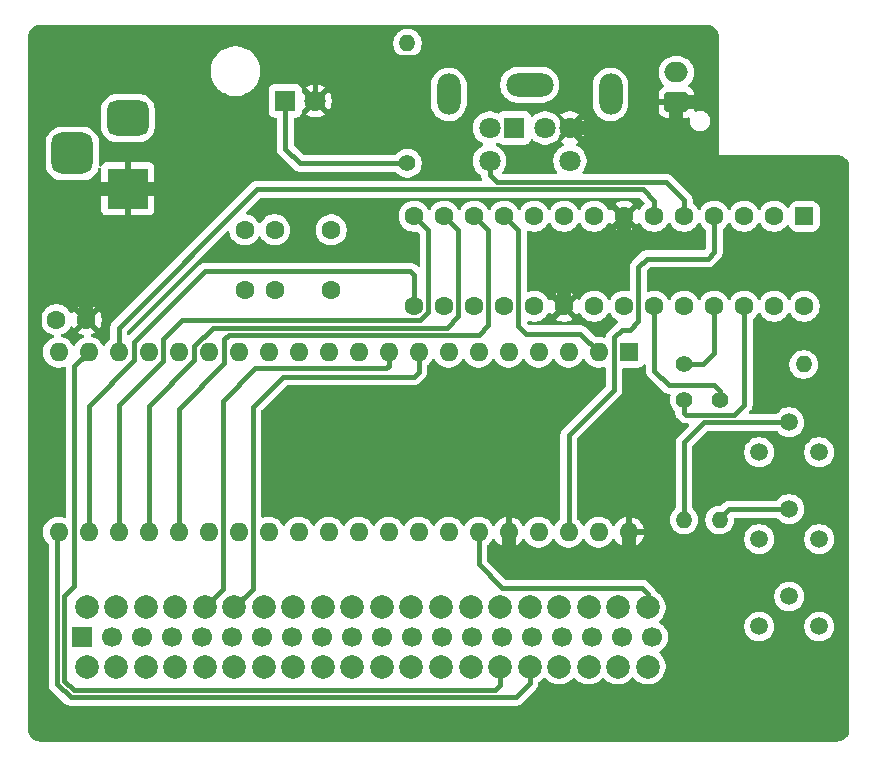
<source format=gbr>
%TF.GenerationSoftware,KiCad,Pcbnew,9.0.3*%
%TF.CreationDate,2025-11-18T23:41:28+00:00*%
%TF.ProjectId,EinsteinTC01PS2Mini,45696e73-7465-4696-9e54-433031505332,rev?*%
%TF.SameCoordinates,Original*%
%TF.FileFunction,Copper,L1,Top*%
%TF.FilePolarity,Positive*%
%FSLAX46Y46*%
G04 Gerber Fmt 4.6, Leading zero omitted, Abs format (unit mm)*
G04 Created by KiCad (PCBNEW 9.0.3) date 2025-11-18 23:41:28*
%MOMM*%
%LPD*%
G01*
G04 APERTURE LIST*
G04 Aperture macros list*
%AMRoundRect*
0 Rectangle with rounded corners*
0 $1 Rounding radius*
0 $2 $3 $4 $5 $6 $7 $8 $9 X,Y pos of 4 corners*
0 Add a 4 corners polygon primitive as box body*
4,1,4,$2,$3,$4,$5,$6,$7,$8,$9,$2,$3,0*
0 Add four circle primitives for the rounded corners*
1,1,$1+$1,$2,$3*
1,1,$1+$1,$4,$5*
1,1,$1+$1,$6,$7*
1,1,$1+$1,$8,$9*
0 Add four rect primitives between the rounded corners*
20,1,$1+$1,$2,$3,$4,$5,0*
20,1,$1+$1,$4,$5,$6,$7,0*
20,1,$1+$1,$6,$7,$8,$9,0*
20,1,$1+$1,$8,$9,$2,$3,0*%
G04 Aperture macros list end*
%TA.AperFunction,ComponentPad*%
%ADD10C,2.000000*%
%TD*%
%TA.AperFunction,ComponentPad*%
%ADD11C,1.700000*%
%TD*%
%TA.AperFunction,ComponentPad*%
%ADD12R,1.700000X1.700000*%
%TD*%
%TA.AperFunction,ComponentPad*%
%ADD13C,1.600000*%
%TD*%
%TA.AperFunction,ComponentPad*%
%ADD14RoundRect,0.875000X-0.875000X0.875000X-0.875000X-0.875000X0.875000X-0.875000X0.875000X0.875000X0*%
%TD*%
%TA.AperFunction,ComponentPad*%
%ADD15RoundRect,0.750000X-1.000000X0.750000X-1.000000X-0.750000X1.000000X-0.750000X1.000000X0.750000X0*%
%TD*%
%TA.AperFunction,ComponentPad*%
%ADD16R,3.500000X3.500000*%
%TD*%
%TA.AperFunction,ComponentPad*%
%ADD17O,2.000000X3.500000*%
%TD*%
%TA.AperFunction,ComponentPad*%
%ADD18O,4.000000X2.000000*%
%TD*%
%TA.AperFunction,ComponentPad*%
%ADD19C,1.800000*%
%TD*%
%TA.AperFunction,ComponentPad*%
%ADD20R,1.800000X1.800000*%
%TD*%
%TA.AperFunction,ComponentPad*%
%ADD21O,1.400000X1.400000*%
%TD*%
%TA.AperFunction,ComponentPad*%
%ADD22C,1.400000*%
%TD*%
%TA.AperFunction,ComponentPad*%
%ADD23RoundRect,0.250000X-0.550000X0.550000X-0.550000X-0.550000X0.550000X-0.550000X0.550000X0.550000X0*%
%TD*%
%TA.AperFunction,ComponentPad*%
%ADD24RoundRect,0.250000X0.750000X-0.600000X0.750000X0.600000X-0.750000X0.600000X-0.750000X-0.600000X0*%
%TD*%
%TA.AperFunction,ComponentPad*%
%ADD25O,2.000000X1.700000*%
%TD*%
%TA.AperFunction,ComponentPad*%
%ADD26C,1.500000*%
%TD*%
%TA.AperFunction,ComponentPad*%
%ADD27R,1.600000X1.600000*%
%TD*%
%TA.AperFunction,ComponentPad*%
%ADD28O,1.600000X1.600000*%
%TD*%
%TA.AperFunction,Conductor*%
%ADD29C,0.400000*%
%TD*%
%TA.AperFunction,Conductor*%
%ADD30C,1.200000*%
%TD*%
G04 APERTURE END LIST*
D10*
%TO.P,KB1,20,Pin_20*%
%TO.N,Y0*%
X219530000Y-131600000D03*
D11*
X219890000Y-129100000D03*
D10*
X219530000Y-126600000D03*
%TO.P,KB1,19,Pin_19*%
%TO.N,Y1*%
X216990000Y-131600000D03*
D11*
X217350000Y-129100000D03*
D10*
X216990000Y-126600000D03*
%TO.P,KB1,18,Pin_18*%
%TO.N,Y2*%
X214530000Y-131600000D03*
D11*
X214810000Y-129100000D03*
D10*
X214530000Y-126600000D03*
%TO.P,KB1,17,Pin_17*%
%TO.N,Y3*%
X212030000Y-131600000D03*
D11*
X212270000Y-129100000D03*
D10*
X212030000Y-126600000D03*
%TO.P,KB1,16,Pin_16*%
%TO.N,Y4*%
X209530000Y-131600000D03*
D11*
X209730000Y-129100000D03*
D10*
X209530000Y-126600000D03*
%TO.P,KB1,15,Pin_15*%
%TO.N,Y5*%
X207030000Y-131600000D03*
D11*
X207190000Y-129100000D03*
D10*
X207030000Y-126600000D03*
%TO.P,KB1,14,Pin_14*%
%TO.N,Y6*%
X204530000Y-131600000D03*
D11*
X204650000Y-129100000D03*
D10*
X204530000Y-126600000D03*
%TO.P,KB1,13,Pin_13*%
%TO.N,Y7*%
X202030000Y-131600000D03*
D11*
X202110000Y-129100000D03*
D10*
X202030000Y-126600000D03*
%TO.P,KB1,12,Pin_12*%
%TO.N,X0*%
X199530000Y-131600000D03*
D11*
X199570000Y-129100000D03*
D10*
X199530000Y-126600000D03*
%TO.P,KB1,11,Pin_11*%
%TO.N,X1*%
X197030000Y-131600000D03*
D11*
X197030000Y-129100000D03*
D10*
X197030000Y-126600000D03*
%TO.P,KB1,10,Pin_10*%
%TO.N,X2*%
X194530000Y-131600000D03*
D11*
X194490000Y-129100000D03*
D10*
X194530000Y-126600000D03*
%TO.P,KB1,9,Pin_9*%
%TO.N,X3*%
X192030000Y-131600000D03*
D11*
X191950000Y-129100000D03*
D10*
X192030000Y-126600000D03*
%TO.P,KB1,8,Pin_8*%
%TO.N,X4*%
X189530000Y-131600000D03*
D11*
X189410000Y-129100000D03*
D10*
X189530000Y-126600000D03*
%TO.P,KB1,7,Pin_7*%
%TO.N,X5*%
X187030000Y-131600000D03*
D11*
X186870000Y-129100000D03*
D10*
X187030000Y-126600000D03*
%TO.P,KB1,6,Pin_6*%
%TO.N,X6*%
X184530000Y-131600000D03*
D11*
X184330000Y-129100000D03*
D10*
X184530000Y-126600000D03*
%TO.P,KB1,5,Pin_5*%
%TO.N,X7*%
X182030000Y-131600000D03*
D11*
X181790000Y-129100000D03*
D10*
X182030000Y-126600000D03*
%TO.P,KB1,4,Pin_4*%
%TO.N,~{GRPH}*%
X179530000Y-131600000D03*
D11*
X179250000Y-129100000D03*
D10*
X179530000Y-126600000D03*
%TO.P,KB1,3,Pin_3*%
%TO.N,~{SHIFT}*%
X177030000Y-131600000D03*
D11*
X176710000Y-129100000D03*
D10*
X177030000Y-126600000D03*
%TO.P,KB1,2,Pin_2*%
%TO.N,~{CTRL}*%
X174530000Y-131600000D03*
D11*
X174170000Y-129100000D03*
D10*
X174530000Y-126600000D03*
%TO.P,KB1,1,Pin_1*%
%TO.N,GND*%
X172030000Y-131600000D03*
D12*
X171630000Y-129100000D03*
D10*
X172030000Y-126600000D03*
%TD*%
D13*
%TO.P,C3,2*%
%TO.N,GND*%
X185400000Y-99730000D03*
%TO.P,C3,1*%
%TO.N,Net-(U3-PB6)*%
X187940000Y-99730000D03*
%TD*%
%TO.P,C4,2*%
%TO.N,GND*%
X185400000Y-94610000D03*
%TO.P,C4,1*%
%TO.N,Net-(U3-PB7)*%
X187940000Y-94610000D03*
%TD*%
%TO.P,X1,2,2*%
%TO.N,Net-(U3-PB7)*%
X192740000Y-94630000D03*
%TO.P,X1,1,1*%
%TO.N,Net-(U3-PB6)*%
X192740000Y-99710000D03*
%TD*%
D14*
%TO.P,J1,3*%
%TO.N,GND*%
X170820000Y-88160000D03*
D15*
%TO.P,J1,2*%
X175520000Y-85160000D03*
D16*
%TO.P,J1,1*%
%TO.N,+5V*%
X175520000Y-91160000D03*
%TD*%
D17*
%TO.P,J2,7,GND*%
%TO.N,GND*%
X202690000Y-83150000D03*
D18*
X209540000Y-82350000D03*
D17*
X216390000Y-83150000D03*
D19*
%TO.P,J2,6*%
%TO.N,unconnected-(J2-Pad6)*%
X212940000Y-88800000D03*
%TO.P,J2,5*%
%TO.N,PS2-CLK*%
X206140000Y-88800000D03*
%TO.P,J2,4*%
%TO.N,+5V*%
X212940000Y-86000000D03*
%TO.P,J2,3*%
%TO.N,GND*%
X206140000Y-86000000D03*
%TO.P,J2,2*%
%TO.N,unconnected-(J2-Pad2)*%
X210840000Y-86000000D03*
D20*
%TO.P,J2,1*%
%TO.N,PS2-DATA*%
X208240000Y-86000000D03*
%TD*%
D21*
%TO.P,R8,2*%
%TO.N,Net-(Q2-B)*%
X225620000Y-119195000D03*
D22*
%TO.P,R8,1*%
%TO.N,SHIFT*%
X225620000Y-109035000D03*
%TD*%
D23*
%TO.P,U3,1,PC6*%
%TO.N,unconnected-(U3-PC6-Pad1)*%
X232780000Y-93480000D03*
D13*
%TO.P,U3,2,PD0*%
%TO.N,unconnected-(U3-PD0-Pad2)*%
X230240000Y-93480000D03*
%TO.P,U3,3,PD1*%
%TO.N,unconnected-(U3-PD1-Pad3)*%
X227700000Y-93480000D03*
%TO.P,U3,4,PD2*%
%TO.N,MTDATA*%
X225160000Y-93480000D03*
%TO.P,U3,5,PD3*%
%TO.N,PS2-CLK*%
X222620000Y-93480000D03*
%TO.P,U3,6,PD4*%
%TO.N,MTSTROBE*%
X220080000Y-93480000D03*
%TO.P,U3,7,VCC*%
%TO.N,+5V*%
X217540000Y-93480000D03*
%TO.P,U3,8,GND*%
%TO.N,GND*%
X215000000Y-93480000D03*
%TO.P,U3,9,PB6*%
%TO.N,Net-(U3-PB6)*%
X212460000Y-93480000D03*
%TO.P,U3,10,PB7*%
%TO.N,Net-(U3-PB7)*%
X209920000Y-93480000D03*
%TO.P,U3,11,PD5*%
%TO.N,AY2*%
X207380000Y-93480000D03*
%TO.P,U3,12,PD6*%
%TO.N,AY1*%
X204840000Y-93480000D03*
%TO.P,U3,13,PD7*%
%TO.N,AY0*%
X202300000Y-93480000D03*
%TO.P,U3,14,PB0*%
%TO.N,AX2*%
X199760000Y-93480000D03*
%TO.P,U3,15,PB1*%
%TO.N,AX1*%
X199760000Y-101100000D03*
%TO.P,U3,16,PB2*%
%TO.N,AX0*%
X202300000Y-101100000D03*
%TO.P,U3,17,PB3*%
%TO.N,AX3*%
X204840000Y-101100000D03*
%TO.P,U3,18,PB4*%
%TO.N,PS2-DATA*%
X207380000Y-101100000D03*
%TO.P,U3,19,PB5*%
%TO.N,MTRESET*%
X209920000Y-101100000D03*
%TO.P,U3,20,AVCC*%
%TO.N,+5V*%
X212460000Y-101100000D03*
%TO.P,U3,21,AREF*%
%TO.N,Net-(U3-AREF)*%
X215000000Y-101100000D03*
%TO.P,U3,22,GND*%
%TO.N,GND*%
X217540000Y-101100000D03*
%TO.P,U3,23,PC0*%
%TO.N,SHIFT*%
X220080000Y-101100000D03*
%TO.P,U3,24,PC1*%
%TO.N,unconnected-(U3-PC1-Pad24)*%
X222620000Y-101100000D03*
%TO.P,U3,25,PC2*%
%TO.N,CTRL*%
X225160000Y-101100000D03*
%TO.P,U3,26,PC3*%
%TO.N,GRPH*%
X227700000Y-101100000D03*
%TO.P,U3,27,PC4*%
%TO.N,unconnected-(U3-PC4-Pad27)*%
X230240000Y-101100000D03*
%TO.P,U3,28,PC5*%
%TO.N,unconnected-(U3-PC5-Pad28)*%
X232780000Y-101100000D03*
%TD*%
D24*
%TO.P,J3,1,Pin_1*%
%TO.N,+5V*%
X221960000Y-83800000D03*
D25*
%TO.P,J3,2,Pin_2*%
%TO.N,GND*%
X221960000Y-81300000D03*
%TD*%
D13*
%TO.P,C1,1*%
%TO.N,+5V*%
X172010000Y-102240000D03*
%TO.P,C1,2*%
%TO.N,GND*%
X169470000Y-102240000D03*
%TD*%
D22*
%TO.P,R9,1*%
%TO.N,CTRL*%
X222580000Y-106025000D03*
D21*
%TO.P,R9,2*%
%TO.N,Net-(Q3-B)*%
X232740000Y-106025000D03*
%TD*%
D26*
%TO.P,Q3,1,C*%
%TO.N,~{CTRL}*%
X228970000Y-128205000D03*
%TO.P,Q3,2,B*%
%TO.N,Net-(Q3-B)*%
X231510000Y-125665000D03*
%TO.P,Q3,3,E*%
%TO.N,GND*%
X234050000Y-128205000D03*
%TD*%
%TO.P,Q2,1,C*%
%TO.N,~{SHIFT}*%
X228970000Y-120815000D03*
%TO.P,Q2,2,B*%
%TO.N,Net-(Q2-B)*%
X231510000Y-118275000D03*
%TO.P,Q2,3,E*%
%TO.N,GND*%
X234050000Y-120815000D03*
%TD*%
D20*
%TO.P,D2,1,K*%
%TO.N,Net-(D2-K)*%
X188850000Y-83710000D03*
D19*
%TO.P,D2,2,A*%
%TO.N,+5V*%
X191390000Y-83710000D03*
%TD*%
D22*
%TO.P,R3,1*%
%TO.N,Net-(D2-K)*%
X199190000Y-88990000D03*
D21*
%TO.P,R3,2*%
%TO.N,GND*%
X199190000Y-78830000D03*
%TD*%
D26*
%TO.P,Q4,1,C*%
%TO.N,~{GRPH}*%
X228970000Y-113455000D03*
%TO.P,Q4,2,B*%
%TO.N,Net-(Q4-B)*%
X231510000Y-110915000D03*
%TO.P,Q4,3,E*%
%TO.N,GND*%
X234050000Y-113455000D03*
%TD*%
D22*
%TO.P,R10,1*%
%TO.N,GRPH*%
X222610000Y-109035000D03*
D21*
%TO.P,R10,2*%
%TO.N,Net-(Q4-B)*%
X222610000Y-119195000D03*
%TD*%
D27*
%TO.P,U1,1,Y3*%
%TO.N,Y3*%
X217910000Y-104980000D03*
D28*
%TO.P,U1,2,AY2*%
%TO.N,AY2*%
X215370000Y-104980000D03*
%TO.P,U1,3,RESET*%
%TO.N,MTRESET*%
X212830000Y-104980000D03*
%TO.P,U1,4,AX3*%
%TO.N,AX3*%
X210290000Y-104980000D03*
%TO.P,U1,5,AX0*%
%TO.N,AX0*%
X207750000Y-104980000D03*
%TO.P,U1,6,X14*%
%TO.N,unconnected-(U1-X14-Pad6)*%
X205210000Y-104980000D03*
%TO.P,U1,7,X15*%
%TO.N,unconnected-(U1-X15-Pad7)*%
X202670000Y-104980000D03*
%TO.P,U1,8,X6*%
%TO.N,X6*%
X200130000Y-104980000D03*
%TO.P,U1,9,X7*%
%TO.N,X7*%
X197590000Y-104980000D03*
%TO.P,U1,10,X8*%
%TO.N,unconnected-(U1-X8-Pad10)*%
X195050000Y-104980000D03*
%TO.P,U1,11,X9*%
%TO.N,unconnected-(U1-X9-Pad11)*%
X192510000Y-104980000D03*
%TO.P,U1,12,X10*%
%TO.N,unconnected-(U1-X10-Pad12)*%
X189970000Y-104980000D03*
%TO.P,U1,13,X11*%
%TO.N,unconnected-(U1-X11-Pad13)*%
X187430000Y-104980000D03*
%TO.P,U1,14,N/C*%
%TO.N,unconnected-(U1-N{slash}C-Pad14)*%
X184890000Y-104980000D03*
%TO.P,U1,15,Y7*%
%TO.N,Y7*%
X182350000Y-104980000D03*
%TO.P,U1,16,VSS*%
%TO.N,GND*%
X179810000Y-104980000D03*
%TO.P,U1,17,Y6*%
%TO.N,Y6*%
X177270000Y-104980000D03*
%TO.P,U1,18,STROBE*%
%TO.N,MTSTROBE*%
X174730000Y-104980000D03*
%TO.P,U1,19,Y5*%
%TO.N,Y5*%
X172190000Y-104980000D03*
%TO.P,U1,20,VEE*%
%TO.N,GND*%
X169650000Y-104980000D03*
%TO.P,U1,21,Y4*%
%TO.N,Y4*%
X169650000Y-120220000D03*
%TO.P,U1,22,AX1*%
%TO.N,AX1*%
X172190000Y-120220000D03*
%TO.P,U1,23,AX2*%
%TO.N,AX2*%
X174730000Y-120220000D03*
%TO.P,U1,24,AY0*%
%TO.N,AY0*%
X177270000Y-120220000D03*
%TO.P,U1,25,AY1*%
%TO.N,AY1*%
X179810000Y-120220000D03*
%TO.P,U1,26,X13*%
%TO.N,unconnected-(U1-X13-Pad26)*%
X182350000Y-120220000D03*
%TO.P,U1,27,X12*%
%TO.N,unconnected-(U1-X12-Pad27)*%
X184890000Y-120220000D03*
%TO.P,U1,28,X5*%
%TO.N,X5*%
X187430000Y-120220000D03*
%TO.P,U1,29,X4*%
%TO.N,X4*%
X189970000Y-120220000D03*
%TO.P,U1,30,X3*%
%TO.N,X3*%
X192510000Y-120220000D03*
%TO.P,U1,31,X2*%
%TO.N,X2*%
X195050000Y-120220000D03*
%TO.P,U1,32,X1*%
%TO.N,X1*%
X197590000Y-120220000D03*
%TO.P,U1,33,X0*%
%TO.N,X0*%
X200130000Y-120220000D03*
%TO.P,U1,34,N/C*%
%TO.N,unconnected-(U1-N{slash}C-Pad34)*%
X202670000Y-120220000D03*
%TO.P,U1,35,Y0*%
%TO.N,Y0*%
X205210000Y-120220000D03*
%TO.P,U1,36,CS*%
%TO.N,+5V*%
X207750000Y-120220000D03*
%TO.P,U1,37,Y1*%
%TO.N,Y1*%
X210290000Y-120220000D03*
%TO.P,U1,38,DATA*%
%TO.N,MTDATA*%
X212830000Y-120220000D03*
%TO.P,U1,39,Y2*%
%TO.N,Y2*%
X215370000Y-120220000D03*
%TO.P,U1,40,VDD*%
%TO.N,+5V*%
X217910000Y-120220000D03*
%TD*%
D29*
%TO.N,X7*%
X197590000Y-106140000D02*
X197590000Y-104980000D01*
X186290000Y-106340000D02*
X197390000Y-106340000D01*
X183551000Y-125079000D02*
X183551000Y-109079000D01*
X183551000Y-109079000D02*
X186290000Y-106340000D01*
X182030000Y-126600000D02*
X183551000Y-125079000D01*
X197390000Y-106340000D02*
X197590000Y-106140000D01*
%TO.N,AX1*%
X199760000Y-98450000D02*
X199760000Y-101100000D01*
X182040000Y-98130000D02*
X199440000Y-98130000D01*
X176069000Y-104101000D02*
X182040000Y-98130000D01*
X176069000Y-105661000D02*
X176069000Y-104101000D01*
X172190000Y-109540000D02*
X176069000Y-105661000D01*
X199440000Y-98130000D02*
X199760000Y-98450000D01*
X172190000Y-120220000D02*
X172190000Y-109540000D01*
%TO.N,AX2*%
X178470000Y-103890000D02*
X180059000Y-102301000D01*
X180059000Y-102301000D02*
X200257471Y-102301000D01*
X200257471Y-102301000D02*
X200961000Y-101597471D01*
X178470000Y-105740000D02*
X178470000Y-103890000D01*
X200961000Y-101597471D02*
X200961000Y-94681000D01*
X200961000Y-94681000D02*
X199760000Y-93480000D01*
X174730000Y-109480000D02*
X178470000Y-105740000D01*
X174730000Y-120220000D02*
X174730000Y-109480000D01*
%TO.N,AY0*%
X203501000Y-94681000D02*
X202300000Y-93480000D01*
X203501000Y-101929000D02*
X203501000Y-94681000D01*
X181149000Y-105681000D02*
X181149000Y-104482529D01*
X181149000Y-104482529D02*
X182729529Y-102902000D01*
X202528000Y-102902000D02*
X203501000Y-101929000D01*
X177270000Y-109560000D02*
X181149000Y-105681000D01*
X182729529Y-102902000D02*
X202528000Y-102902000D01*
X177270000Y-120220000D02*
X177270000Y-109560000D01*
%TO.N,AY1*%
X206041000Y-94681000D02*
X204840000Y-93480000D01*
X184077000Y-103503000D02*
X205207000Y-103503000D01*
X183689000Y-105881000D02*
X183689000Y-103891000D01*
X179810000Y-109760000D02*
X183689000Y-105881000D01*
X183689000Y-103891000D02*
X184077000Y-103503000D01*
X205207000Y-103503000D02*
X206041000Y-102669000D01*
X179810000Y-120220000D02*
X179810000Y-109760000D01*
X206041000Y-102669000D02*
X206041000Y-94681000D01*
%TO.N,X6*%
X200130000Y-106660000D02*
X200130000Y-104980000D01*
X188630000Y-107080000D02*
X199710000Y-107080000D01*
X199710000Y-107080000D02*
X200130000Y-106660000D01*
X186091000Y-125039000D02*
X186091000Y-109619000D01*
X184530000Y-126600000D02*
X186091000Y-125039000D01*
X186091000Y-109619000D02*
X188630000Y-107080000D01*
%TO.N,Y5*%
X207030000Y-133140000D02*
X207030000Y-131600000D01*
X170110000Y-125660000D02*
X170110000Y-132800000D01*
X170920000Y-133610000D02*
X206560000Y-133610000D01*
X170989000Y-124781000D02*
X170110000Y-125660000D01*
X170989000Y-106181000D02*
X170989000Y-124781000D01*
X170110000Y-132800000D02*
X170920000Y-133610000D01*
X206560000Y-133610000D02*
X207030000Y-133140000D01*
X172190000Y-104980000D02*
X170989000Y-106181000D01*
%TO.N,Y4*%
X169509000Y-120361000D02*
X169509000Y-133048942D01*
X208349000Y-134211000D02*
X209530000Y-133030000D01*
X209530000Y-133030000D02*
X209530000Y-131600000D01*
X169650000Y-120220000D02*
X169509000Y-120361000D01*
X169509000Y-133048942D02*
X170671058Y-134211000D01*
X170671058Y-134211000D02*
X208349000Y-134211000D01*
%TO.N,MTSTROBE*%
X220080000Y-92150000D02*
X220080000Y-93480000D01*
X219140000Y-91210000D02*
X220080000Y-92150000D01*
X174730000Y-102910000D02*
X186430000Y-91210000D01*
X174730000Y-104980000D02*
X174730000Y-102910000D01*
X186430000Y-91210000D02*
X219140000Y-91210000D01*
D30*
%TO.N,+5V*%
X171360000Y-99990000D02*
X167669371Y-99990000D01*
X172010000Y-100640000D02*
X171360000Y-99990000D01*
X172010000Y-102240000D02*
X172010000Y-100640000D01*
X167669371Y-110981590D02*
X167669371Y-99990000D01*
X179870000Y-89320000D02*
X179870000Y-77861000D01*
X175520000Y-91160000D02*
X178030000Y-91160000D01*
X178030000Y-91160000D02*
X179870000Y-89320000D01*
X174850000Y-77861000D02*
X179870000Y-77861000D01*
X167699371Y-91160000D02*
X167669371Y-91130000D01*
X175520000Y-91160000D02*
X167699371Y-91160000D01*
X167669371Y-91130000D02*
X167669371Y-78722239D01*
X216900000Y-97280000D02*
X217540000Y-96640000D01*
X212460000Y-98240000D02*
X213420000Y-97280000D01*
X217540000Y-96640000D02*
X217540000Y-93480000D01*
X212460000Y-101100000D02*
X212460000Y-98240000D01*
X213420000Y-97280000D02*
X216900000Y-97280000D01*
X221290000Y-86000000D02*
X212940000Y-86000000D01*
X221380000Y-85910000D02*
X221290000Y-86000000D01*
X221960000Y-85910000D02*
X221960000Y-88180000D01*
X221960000Y-85910000D02*
X221380000Y-85910000D01*
D29*
%TO.N,Net-(D2-K)*%
X188850000Y-87790000D02*
X190050000Y-88990000D01*
X190050000Y-88990000D02*
X199190000Y-88990000D01*
X188850000Y-83710000D02*
X188850000Y-87790000D01*
%TO.N,+5V*%
X191390000Y-77871000D02*
X191400000Y-77861000D01*
X191390000Y-83710000D02*
X191390000Y-77871000D01*
D30*
X191400000Y-77861000D02*
X195731000Y-77861000D01*
D29*
%TO.N,Net-(Q2-B)*%
X226415000Y-118275000D02*
X231510000Y-118275000D01*
X225620000Y-119070000D02*
X226415000Y-118275000D01*
X225620000Y-119195000D02*
X225620000Y-119070000D01*
%TO.N,Net-(Q4-B)*%
X222610000Y-112620000D02*
X224315000Y-110915000D01*
X222610000Y-119195000D02*
X222610000Y-112620000D01*
X224315000Y-110915000D02*
X231510000Y-110915000D01*
%TO.N,GRPH*%
X226830000Y-110300000D02*
X222770000Y-110300000D01*
X227700000Y-109430000D02*
X226830000Y-110300000D01*
X222610000Y-110080000D02*
X222610000Y-109035000D01*
X227700000Y-101100000D02*
X227700000Y-109430000D01*
X222770000Y-110300000D02*
X222580000Y-110110000D01*
X222580000Y-110110000D02*
X222610000Y-110080000D01*
%TO.N,CTRL*%
X225160000Y-101100000D02*
X225160000Y-105080000D01*
X225160000Y-105080000D02*
X224215000Y-106025000D01*
X224215000Y-106025000D02*
X222580000Y-106025000D01*
%TO.N,SHIFT*%
X225620000Y-108250000D02*
X225620000Y-109035000D01*
X221320000Y-107790000D02*
X225160000Y-107790000D01*
X220080000Y-106550000D02*
X221320000Y-107790000D01*
X220080000Y-101100000D02*
X220080000Y-106550000D01*
X225160000Y-107790000D02*
X225620000Y-108250000D01*
%TO.N,MTDATA*%
X225160000Y-96520000D02*
X225160000Y-93480000D01*
X224600000Y-97080000D02*
X225160000Y-96520000D01*
X219440000Y-97080000D02*
X224600000Y-97080000D01*
X218741000Y-97779000D02*
X219440000Y-97080000D01*
X218741000Y-102329000D02*
X218741000Y-97779000D01*
X218000000Y-103070000D02*
X218741000Y-102329000D01*
X217350000Y-103070000D02*
X218000000Y-103070000D01*
X216680000Y-103740000D02*
X217350000Y-103070000D01*
X216680000Y-108180000D02*
X216680000Y-103740000D01*
X212830000Y-112030000D02*
X216680000Y-108180000D01*
X212830000Y-120220000D02*
X212830000Y-112030000D01*
%TO.N,AY2*%
X208581000Y-102771000D02*
X209220000Y-103410000D01*
X208581000Y-94681000D02*
X208581000Y-102771000D01*
X213800000Y-103410000D02*
X215370000Y-104980000D01*
X207380000Y-93480000D02*
X208581000Y-94681000D01*
X209220000Y-103410000D02*
X213800000Y-103410000D01*
%TO.N,PS2-CLK*%
X222620000Y-92120000D02*
X222620000Y-93480000D01*
X221109000Y-90609000D02*
X222620000Y-92120000D01*
X206729000Y-90609000D02*
X221109000Y-90609000D01*
X206140000Y-90020000D02*
X206729000Y-90609000D01*
X206140000Y-88800000D02*
X206140000Y-90020000D01*
D30*
%TO.N,+5V*%
X167661014Y-136787194D02*
X167661411Y-132960205D01*
X167669520Y-136990336D02*
X167661014Y-136787194D01*
X167740021Y-137160536D02*
X167669520Y-136990336D01*
X168029682Y-137350483D02*
X167859477Y-137279988D01*
X168233283Y-137359000D02*
X168029682Y-137350483D01*
X235434135Y-137359000D02*
X168233283Y-137359000D01*
X235640376Y-137350412D02*
X235434135Y-137359000D01*
X167859477Y-137279988D02*
X167740021Y-137160536D01*
X235810505Y-137279945D02*
X235640376Y-137350412D01*
X235929945Y-137160505D02*
X235810505Y-137279945D01*
X236000439Y-136990310D02*
X235929945Y-137160505D01*
X236009000Y-136785684D02*
X236000439Y-136990310D01*
X236009000Y-122960000D02*
X236009000Y-136785684D01*
X217910000Y-122960000D02*
X236009000Y-122960000D01*
D29*
%TO.N,Y0*%
X207210000Y-124950000D02*
X219060000Y-124950000D01*
X205210000Y-122950000D02*
X207210000Y-124950000D01*
X219060000Y-124950000D02*
X219530000Y-125420000D01*
X219530000Y-125420000D02*
X219530000Y-126600000D01*
X205210000Y-120220000D02*
X205210000Y-122950000D01*
D30*
%TO.N,+5V*%
X236009000Y-89454682D02*
X236009000Y-124350000D01*
X236000453Y-89249598D02*
X236009000Y-89454682D01*
X235929979Y-89079464D02*
X236000453Y-89249598D01*
X235810523Y-88960012D02*
X235929979Y-89079464D01*
X235640318Y-88889517D02*
X235810523Y-88960012D01*
X235436717Y-88881000D02*
X235640318Y-88889517D01*
X222661000Y-88881000D02*
X235436717Y-88881000D01*
X221960000Y-88180000D02*
X222661000Y-88881000D01*
X221960000Y-83800000D02*
X221960000Y-85910000D01*
X224649000Y-83800000D02*
X221960000Y-83800000D01*
X224959000Y-83490000D02*
X224649000Y-83800000D01*
X224760514Y-77940059D02*
X224879951Y-78059501D01*
X224590326Y-77869564D02*
X224760514Y-77940059D01*
X224385804Y-77861000D02*
X224590326Y-77869564D01*
X202239000Y-77861000D02*
X224385804Y-77861000D01*
X201790000Y-78310000D02*
X202239000Y-77861000D01*
X201790000Y-79720000D02*
X201790000Y-78310000D01*
X196760000Y-80440000D02*
X201070000Y-80440000D01*
X196430000Y-80110000D02*
X196760000Y-80440000D01*
X196430000Y-78560000D02*
X196430000Y-80110000D01*
X195731000Y-77861000D02*
X196430000Y-78560000D01*
X174841443Y-77869557D02*
X174850000Y-77861000D01*
X168035769Y-77869557D02*
X174841443Y-77869557D01*
X167865587Y-77940046D02*
X168035769Y-77869557D01*
X167746142Y-78059493D02*
X167865587Y-77940046D01*
X167675650Y-78229686D02*
X167746142Y-78059493D01*
X167667098Y-78434116D02*
X167675650Y-78229686D01*
X167667118Y-78719986D02*
X167667098Y-78434116D01*
X167669371Y-78722239D02*
X167667118Y-78719986D01*
X179870000Y-77861000D02*
X191400000Y-77861000D01*
X167669371Y-99990000D02*
X167669371Y-91130000D01*
X167670946Y-133547468D02*
X167669371Y-110981590D01*
X224950467Y-78229756D02*
X224959000Y-78432777D01*
X201070000Y-80440000D02*
X201790000Y-79720000D01*
X224879951Y-78059501D02*
X224950467Y-78229756D01*
X224959000Y-78432777D02*
X224959000Y-83490000D01*
X217910000Y-120220000D02*
X217910000Y-122960000D01*
X208490000Y-122960000D02*
X217910000Y-122960000D01*
X207750000Y-122220000D02*
X208490000Y-122960000D01*
X207750000Y-120220000D02*
X207750000Y-122220000D01*
%TD*%
%TA.AperFunction,Conductor*%
%TO.N,+5V*%
G36*
X214171446Y-105541487D02*
G01*
X214210485Y-105586541D01*
X214250873Y-105665806D01*
X214371926Y-105832423D01*
X214371930Y-105832428D01*
X214517571Y-105978069D01*
X214517576Y-105978073D01*
X214616345Y-106049832D01*
X214684197Y-106099129D01*
X214796693Y-106156449D01*
X214867705Y-106192632D01*
X214867707Y-106192632D01*
X214867710Y-106192634D01*
X214930818Y-106213139D01*
X215063591Y-106256280D01*
X215073100Y-106257786D01*
X215267019Y-106288500D01*
X215267020Y-106288500D01*
X215472980Y-106288500D01*
X215472981Y-106288500D01*
X215676408Y-106256280D01*
X215809182Y-106213138D01*
X215879022Y-106211144D01*
X215938855Y-106247224D01*
X215969684Y-106309925D01*
X215971500Y-106331070D01*
X215971500Y-107835166D01*
X215951815Y-107902205D01*
X215935181Y-107922847D01*
X212279674Y-111578353D01*
X212279671Y-111578356D01*
X212202135Y-111694398D01*
X212202132Y-111694403D01*
X212191490Y-111720099D01*
X212191489Y-111720102D01*
X212148727Y-111823337D01*
X212148725Y-111823345D01*
X212121500Y-111960214D01*
X212121500Y-119054179D01*
X212101815Y-119121218D01*
X212070385Y-119154497D01*
X211977576Y-119221926D01*
X211977571Y-119221930D01*
X211831930Y-119367571D01*
X211831926Y-119367576D01*
X211710871Y-119534195D01*
X211670484Y-119613459D01*
X211622510Y-119664254D01*
X211554689Y-119681049D01*
X211488554Y-119658511D01*
X211449516Y-119613459D01*
X211409128Y-119534195D01*
X211288073Y-119367576D01*
X211288069Y-119367571D01*
X211142428Y-119221930D01*
X211142423Y-119221926D01*
X210975806Y-119100873D01*
X210975805Y-119100872D01*
X210975803Y-119100871D01*
X210918496Y-119071671D01*
X210792294Y-119007367D01*
X210596408Y-118943719D01*
X210420794Y-118915905D01*
X210392981Y-118911500D01*
X210187019Y-118911500D01*
X210162550Y-118915375D01*
X209983591Y-118943719D01*
X209787705Y-119007367D01*
X209604193Y-119100873D01*
X209437576Y-119221926D01*
X209437571Y-119221930D01*
X209291930Y-119367571D01*
X209291926Y-119367576D01*
X209170871Y-119534195D01*
X209125714Y-119622820D01*
X209077740Y-119673615D01*
X209009918Y-119690410D01*
X208943784Y-119667872D01*
X208904745Y-119622818D01*
X208861861Y-119538652D01*
X208741582Y-119373105D01*
X208741582Y-119373104D01*
X208596895Y-119228417D01*
X208431349Y-119108140D01*
X208249029Y-119015244D01*
X208054413Y-118952009D01*
X208000000Y-118943390D01*
X208000000Y-119904314D01*
X207995606Y-119899920D01*
X207904394Y-119847259D01*
X207802661Y-119820000D01*
X207697339Y-119820000D01*
X207595606Y-119847259D01*
X207504394Y-119899920D01*
X207500000Y-119904314D01*
X207500000Y-118943390D01*
X207445586Y-118952009D01*
X207250970Y-119015244D01*
X207068650Y-119108140D01*
X206903105Y-119228417D01*
X206903104Y-119228417D01*
X206758417Y-119373104D01*
X206758417Y-119373105D01*
X206638140Y-119538650D01*
X206595254Y-119622819D01*
X206547279Y-119673615D01*
X206479458Y-119690410D01*
X206413323Y-119667872D01*
X206374284Y-119622819D01*
X206329129Y-119534197D01*
X206288293Y-119477991D01*
X206208073Y-119367576D01*
X206208069Y-119367571D01*
X206062428Y-119221930D01*
X206062423Y-119221926D01*
X205895806Y-119100873D01*
X205895805Y-119100872D01*
X205895803Y-119100871D01*
X205838496Y-119071671D01*
X205712294Y-119007367D01*
X205516408Y-118943719D01*
X205340794Y-118915905D01*
X205312981Y-118911500D01*
X205107019Y-118911500D01*
X205082550Y-118915375D01*
X204903591Y-118943719D01*
X204707705Y-119007367D01*
X204524193Y-119100873D01*
X204357576Y-119221926D01*
X204357571Y-119221930D01*
X204211930Y-119367571D01*
X204211926Y-119367576D01*
X204090871Y-119534195D01*
X204050484Y-119613459D01*
X204002510Y-119664254D01*
X203934689Y-119681049D01*
X203868554Y-119658511D01*
X203829516Y-119613459D01*
X203789128Y-119534195D01*
X203668073Y-119367576D01*
X203668069Y-119367571D01*
X203522428Y-119221930D01*
X203522423Y-119221926D01*
X203355806Y-119100873D01*
X203355805Y-119100872D01*
X203355803Y-119100871D01*
X203298496Y-119071671D01*
X203172294Y-119007367D01*
X202976408Y-118943719D01*
X202800794Y-118915905D01*
X202772981Y-118911500D01*
X202567019Y-118911500D01*
X202542550Y-118915375D01*
X202363591Y-118943719D01*
X202167705Y-119007367D01*
X201984193Y-119100873D01*
X201817576Y-119221926D01*
X201817571Y-119221930D01*
X201671930Y-119367571D01*
X201671926Y-119367576D01*
X201550871Y-119534195D01*
X201510484Y-119613459D01*
X201462510Y-119664254D01*
X201394689Y-119681049D01*
X201328554Y-119658511D01*
X201289516Y-119613459D01*
X201249128Y-119534195D01*
X201128073Y-119367576D01*
X201128069Y-119367571D01*
X200982428Y-119221930D01*
X200982423Y-119221926D01*
X200815806Y-119100873D01*
X200815805Y-119100872D01*
X200815803Y-119100871D01*
X200758496Y-119071671D01*
X200632294Y-119007367D01*
X200436408Y-118943719D01*
X200260794Y-118915905D01*
X200232981Y-118911500D01*
X200027019Y-118911500D01*
X200002550Y-118915375D01*
X199823591Y-118943719D01*
X199627705Y-119007367D01*
X199444193Y-119100873D01*
X199277576Y-119221926D01*
X199277571Y-119221930D01*
X199131930Y-119367571D01*
X199131926Y-119367576D01*
X199010871Y-119534195D01*
X198970484Y-119613459D01*
X198922510Y-119664254D01*
X198854689Y-119681049D01*
X198788554Y-119658511D01*
X198749516Y-119613459D01*
X198709128Y-119534195D01*
X198588073Y-119367576D01*
X198588069Y-119367571D01*
X198442428Y-119221930D01*
X198442423Y-119221926D01*
X198275806Y-119100873D01*
X198275805Y-119100872D01*
X198275803Y-119100871D01*
X198218496Y-119071671D01*
X198092294Y-119007367D01*
X197896408Y-118943719D01*
X197720794Y-118915905D01*
X197692981Y-118911500D01*
X197487019Y-118911500D01*
X197462550Y-118915375D01*
X197283591Y-118943719D01*
X197087705Y-119007367D01*
X196904193Y-119100873D01*
X196737576Y-119221926D01*
X196737571Y-119221930D01*
X196591930Y-119367571D01*
X196591926Y-119367576D01*
X196470871Y-119534195D01*
X196430484Y-119613459D01*
X196382510Y-119664254D01*
X196314689Y-119681049D01*
X196248554Y-119658511D01*
X196209516Y-119613459D01*
X196169128Y-119534195D01*
X196048073Y-119367576D01*
X196048069Y-119367571D01*
X195902428Y-119221930D01*
X195902423Y-119221926D01*
X195735806Y-119100873D01*
X195735805Y-119100872D01*
X195735803Y-119100871D01*
X195678496Y-119071671D01*
X195552294Y-119007367D01*
X195356408Y-118943719D01*
X195180794Y-118915905D01*
X195152981Y-118911500D01*
X194947019Y-118911500D01*
X194922550Y-118915375D01*
X194743591Y-118943719D01*
X194547705Y-119007367D01*
X194364193Y-119100873D01*
X194197576Y-119221926D01*
X194197571Y-119221930D01*
X194051930Y-119367571D01*
X194051926Y-119367576D01*
X193930871Y-119534195D01*
X193890484Y-119613459D01*
X193842510Y-119664254D01*
X193774689Y-119681049D01*
X193708554Y-119658511D01*
X193669516Y-119613459D01*
X193629128Y-119534195D01*
X193508073Y-119367576D01*
X193508069Y-119367571D01*
X193362428Y-119221930D01*
X193362423Y-119221926D01*
X193195806Y-119100873D01*
X193195805Y-119100872D01*
X193195803Y-119100871D01*
X193138496Y-119071671D01*
X193012294Y-119007367D01*
X192816408Y-118943719D01*
X192640794Y-118915905D01*
X192612981Y-118911500D01*
X192407019Y-118911500D01*
X192382550Y-118915375D01*
X192203591Y-118943719D01*
X192007705Y-119007367D01*
X191824193Y-119100873D01*
X191657576Y-119221926D01*
X191657571Y-119221930D01*
X191511930Y-119367571D01*
X191511926Y-119367576D01*
X191390871Y-119534195D01*
X191350484Y-119613459D01*
X191302510Y-119664254D01*
X191234689Y-119681049D01*
X191168554Y-119658511D01*
X191129516Y-119613459D01*
X191089128Y-119534195D01*
X190968073Y-119367576D01*
X190968069Y-119367571D01*
X190822428Y-119221930D01*
X190822423Y-119221926D01*
X190655806Y-119100873D01*
X190655805Y-119100872D01*
X190655803Y-119100871D01*
X190598496Y-119071671D01*
X190472294Y-119007367D01*
X190276408Y-118943719D01*
X190100794Y-118915905D01*
X190072981Y-118911500D01*
X189867019Y-118911500D01*
X189842550Y-118915375D01*
X189663591Y-118943719D01*
X189467705Y-119007367D01*
X189284193Y-119100873D01*
X189117576Y-119221926D01*
X189117571Y-119221930D01*
X188971930Y-119367571D01*
X188971926Y-119367576D01*
X188850871Y-119534195D01*
X188810484Y-119613459D01*
X188762510Y-119664254D01*
X188694689Y-119681049D01*
X188628554Y-119658511D01*
X188589516Y-119613459D01*
X188549128Y-119534195D01*
X188428073Y-119367576D01*
X188428069Y-119367571D01*
X188282428Y-119221930D01*
X188282423Y-119221926D01*
X188115806Y-119100873D01*
X188115805Y-119100872D01*
X188115803Y-119100871D01*
X188058496Y-119071671D01*
X187932294Y-119007367D01*
X187736408Y-118943719D01*
X187560794Y-118915905D01*
X187532981Y-118911500D01*
X187327019Y-118911500D01*
X187259210Y-118922240D01*
X187123590Y-118943720D01*
X187123587Y-118943720D01*
X186961818Y-118996283D01*
X186891977Y-118998278D01*
X186832144Y-118962198D01*
X186801316Y-118899497D01*
X186799500Y-118878352D01*
X186799500Y-109963833D01*
X186819185Y-109896794D01*
X186835819Y-109876152D01*
X188887152Y-107824819D01*
X188948475Y-107791334D01*
X188974833Y-107788500D01*
X199779782Y-107788500D01*
X199848221Y-107774886D01*
X199916662Y-107761273D01*
X199954427Y-107745630D01*
X200045601Y-107707865D01*
X200161643Y-107630328D01*
X200680328Y-107111642D01*
X200680330Y-107111640D01*
X200757861Y-106995606D01*
X200757861Y-106995605D01*
X200757865Y-106995600D01*
X200808507Y-106873339D01*
X200811273Y-106866662D01*
X200838500Y-106729781D01*
X200838500Y-106145819D01*
X200858185Y-106078780D01*
X200889614Y-106045501D01*
X200982430Y-105978068D01*
X201128068Y-105832430D01*
X201249129Y-105665803D01*
X201289515Y-105586540D01*
X201337490Y-105535745D01*
X201405311Y-105518950D01*
X201471446Y-105541487D01*
X201510485Y-105586541D01*
X201550873Y-105665806D01*
X201671926Y-105832423D01*
X201671930Y-105832428D01*
X201817571Y-105978069D01*
X201817576Y-105978073D01*
X201916345Y-106049832D01*
X201984197Y-106099129D01*
X202096693Y-106156449D01*
X202167705Y-106192632D01*
X202167707Y-106192632D01*
X202167710Y-106192634D01*
X202230818Y-106213139D01*
X202363591Y-106256280D01*
X202373100Y-106257786D01*
X202567019Y-106288500D01*
X202567020Y-106288500D01*
X202772980Y-106288500D01*
X202772981Y-106288500D01*
X202976408Y-106256280D01*
X203172290Y-106192634D01*
X203355803Y-106099129D01*
X203522430Y-105978068D01*
X203668068Y-105832430D01*
X203789129Y-105665803D01*
X203829515Y-105586540D01*
X203877490Y-105535745D01*
X203945311Y-105518950D01*
X204011446Y-105541487D01*
X204050485Y-105586541D01*
X204090873Y-105665806D01*
X204211926Y-105832423D01*
X204211930Y-105832428D01*
X204357571Y-105978069D01*
X204357576Y-105978073D01*
X204456345Y-106049832D01*
X204524197Y-106099129D01*
X204636693Y-106156449D01*
X204707705Y-106192632D01*
X204707707Y-106192632D01*
X204707710Y-106192634D01*
X204770818Y-106213139D01*
X204903591Y-106256280D01*
X204913100Y-106257786D01*
X205107019Y-106288500D01*
X205107020Y-106288500D01*
X205312980Y-106288500D01*
X205312981Y-106288500D01*
X205516408Y-106256280D01*
X205712290Y-106192634D01*
X205895803Y-106099129D01*
X206062430Y-105978068D01*
X206208068Y-105832430D01*
X206329129Y-105665803D01*
X206369515Y-105586540D01*
X206417490Y-105535745D01*
X206485311Y-105518950D01*
X206551446Y-105541487D01*
X206590485Y-105586541D01*
X206630873Y-105665806D01*
X206751926Y-105832423D01*
X206751930Y-105832428D01*
X206897571Y-105978069D01*
X206897576Y-105978073D01*
X206996345Y-106049832D01*
X207064197Y-106099129D01*
X207176693Y-106156449D01*
X207247705Y-106192632D01*
X207247707Y-106192632D01*
X207247710Y-106192634D01*
X207310818Y-106213139D01*
X207443591Y-106256280D01*
X207453100Y-106257786D01*
X207647019Y-106288500D01*
X207647020Y-106288500D01*
X207852980Y-106288500D01*
X207852981Y-106288500D01*
X208056408Y-106256280D01*
X208252290Y-106192634D01*
X208435803Y-106099129D01*
X208602430Y-105978068D01*
X208748068Y-105832430D01*
X208869129Y-105665803D01*
X208909515Y-105586540D01*
X208957490Y-105535745D01*
X209025311Y-105518950D01*
X209091446Y-105541487D01*
X209130485Y-105586541D01*
X209170873Y-105665806D01*
X209291926Y-105832423D01*
X209291930Y-105832428D01*
X209437571Y-105978069D01*
X209437576Y-105978073D01*
X209536345Y-106049832D01*
X209604197Y-106099129D01*
X209716693Y-106156449D01*
X209787705Y-106192632D01*
X209787707Y-106192632D01*
X209787710Y-106192634D01*
X209850818Y-106213139D01*
X209983591Y-106256280D01*
X209993100Y-106257786D01*
X210187019Y-106288500D01*
X210187020Y-106288500D01*
X210392980Y-106288500D01*
X210392981Y-106288500D01*
X210596408Y-106256280D01*
X210792290Y-106192634D01*
X210975803Y-106099129D01*
X211142430Y-105978068D01*
X211288068Y-105832430D01*
X211409129Y-105665803D01*
X211449515Y-105586540D01*
X211497490Y-105535745D01*
X211565311Y-105518950D01*
X211631446Y-105541487D01*
X211670485Y-105586541D01*
X211710873Y-105665806D01*
X211831926Y-105832423D01*
X211831930Y-105832428D01*
X211977571Y-105978069D01*
X211977576Y-105978073D01*
X212076345Y-106049832D01*
X212144197Y-106099129D01*
X212256693Y-106156449D01*
X212327705Y-106192632D01*
X212327707Y-106192632D01*
X212327710Y-106192634D01*
X212390818Y-106213139D01*
X212523591Y-106256280D01*
X212533100Y-106257786D01*
X212727019Y-106288500D01*
X212727020Y-106288500D01*
X212932980Y-106288500D01*
X212932981Y-106288500D01*
X213136408Y-106256280D01*
X213332290Y-106192634D01*
X213515803Y-106099129D01*
X213682430Y-105978068D01*
X213828068Y-105832430D01*
X213949129Y-105665803D01*
X213989515Y-105586540D01*
X214037490Y-105535745D01*
X214105311Y-105518950D01*
X214171446Y-105541487D01*
G37*
%TD.AperFunction*%
%TA.AperFunction,Conductor*%
G36*
X171610000Y-102292661D02*
G01*
X171637259Y-102394394D01*
X171689920Y-102485606D01*
X171764394Y-102560080D01*
X171855606Y-102612741D01*
X171957339Y-102640000D01*
X171963553Y-102640000D01*
X171284076Y-103319474D01*
X171328650Y-103351859D01*
X171510968Y-103444755D01*
X171705579Y-103507989D01*
X171720097Y-103510288D01*
X171783233Y-103540216D01*
X171820166Y-103599526D01*
X171819170Y-103669389D01*
X171780562Y-103727623D01*
X171739024Y-103750692D01*
X171687708Y-103767366D01*
X171504193Y-103860873D01*
X171337576Y-103981926D01*
X171337571Y-103981930D01*
X171191930Y-104127571D01*
X171191926Y-104127576D01*
X171070871Y-104294195D01*
X171030484Y-104373459D01*
X170982510Y-104424254D01*
X170914689Y-104441049D01*
X170848554Y-104418511D01*
X170809516Y-104373459D01*
X170769128Y-104294195D01*
X170648073Y-104127576D01*
X170648069Y-104127571D01*
X170502428Y-103981930D01*
X170502423Y-103981926D01*
X170335806Y-103860873D01*
X170335805Y-103860872D01*
X170335803Y-103860871D01*
X170257982Y-103821219D01*
X170152294Y-103767367D01*
X169956408Y-103703719D01*
X169951680Y-103702585D01*
X169952005Y-103701230D01*
X169894547Y-103673976D01*
X169857629Y-103614657D01*
X169858642Y-103544794D01*
X169897265Y-103486570D01*
X169938778Y-103463522D01*
X169972290Y-103452634D01*
X170155803Y-103359129D01*
X170322430Y-103238068D01*
X170468068Y-103092430D01*
X170589129Y-102925803D01*
X170634284Y-102837180D01*
X170682258Y-102786384D01*
X170750079Y-102769589D01*
X170816214Y-102792126D01*
X170855254Y-102837180D01*
X170898141Y-102921350D01*
X170898147Y-102921359D01*
X170930523Y-102965921D01*
X170930524Y-102965922D01*
X171610000Y-102286446D01*
X171610000Y-102292661D01*
G37*
%TD.AperFunction*%
%TA.AperFunction,Conductor*%
G36*
X212060000Y-101152661D02*
G01*
X212087259Y-101254394D01*
X212139920Y-101345606D01*
X212214394Y-101420080D01*
X212305606Y-101472741D01*
X212407339Y-101500000D01*
X212413553Y-101500000D01*
X211734076Y-102179474D01*
X211778650Y-102211859D01*
X211960968Y-102304755D01*
X212155582Y-102367990D01*
X212357683Y-102400000D01*
X212562317Y-102400000D01*
X212764417Y-102367990D01*
X212959031Y-102304755D01*
X213141349Y-102211859D01*
X213185921Y-102179474D01*
X212506447Y-101500000D01*
X212512661Y-101500000D01*
X212614394Y-101472741D01*
X212705606Y-101420080D01*
X212780080Y-101345606D01*
X212832741Y-101254394D01*
X212860000Y-101152661D01*
X212860000Y-101146447D01*
X213539474Y-101825921D01*
X213571861Y-101781347D01*
X213571861Y-101781346D01*
X213614745Y-101697181D01*
X213662718Y-101646385D01*
X213730539Y-101629589D01*
X213796674Y-101652126D01*
X213835715Y-101697180D01*
X213878602Y-101781350D01*
X213880873Y-101785806D01*
X214001926Y-101952423D01*
X214001930Y-101952428D01*
X214147571Y-102098069D01*
X214147576Y-102098073D01*
X214286189Y-102198780D01*
X214314197Y-102219129D01*
X214431128Y-102278709D01*
X214497705Y-102312632D01*
X214497707Y-102312632D01*
X214497710Y-102312634D01*
X214567958Y-102335459D01*
X214693591Y-102376280D01*
X214760864Y-102386935D01*
X214897019Y-102408500D01*
X214897020Y-102408500D01*
X215102980Y-102408500D01*
X215102981Y-102408500D01*
X215306408Y-102376280D01*
X215502290Y-102312634D01*
X215685803Y-102219129D01*
X215852430Y-102098068D01*
X215998068Y-101952430D01*
X216119129Y-101785803D01*
X216159515Y-101706540D01*
X216207490Y-101655745D01*
X216275311Y-101638950D01*
X216341446Y-101661487D01*
X216380484Y-101706540D01*
X216418602Y-101781350D01*
X216420873Y-101785806D01*
X216541926Y-101952423D01*
X216541930Y-101952428D01*
X216687571Y-102098069D01*
X216687576Y-102098073D01*
X216826189Y-102198780D01*
X216854197Y-102219129D01*
X216945831Y-102265819D01*
X216945939Y-102265874D01*
X216996735Y-102313849D01*
X217013530Y-102381670D01*
X216990992Y-102447805D01*
X216958536Y-102479460D01*
X216898359Y-102519669D01*
X216898353Y-102519674D01*
X216129671Y-103288356D01*
X216052138Y-103404393D01*
X216052133Y-103404403D01*
X216032155Y-103452635D01*
X215998728Y-103533333D01*
X215998725Y-103533345D01*
X215974549Y-103654886D01*
X215942164Y-103716797D01*
X215881449Y-103751371D01*
X215814614Y-103748626D01*
X215773948Y-103735412D01*
X215676408Y-103703719D01*
X215492642Y-103674614D01*
X215472981Y-103671500D01*
X215267019Y-103671500D01*
X215225938Y-103678006D01*
X215153705Y-103689447D01*
X215084411Y-103680492D01*
X215046626Y-103654655D01*
X214251646Y-102859674D01*
X214251638Y-102859668D01*
X214135603Y-102782136D01*
X214135599Y-102782134D01*
X214105313Y-102769589D01*
X214044427Y-102744369D01*
X214044426Y-102744368D01*
X214006664Y-102728727D01*
X214006658Y-102728725D01*
X213938221Y-102715113D01*
X213869785Y-102701500D01*
X213869782Y-102701500D01*
X213869781Y-102701500D01*
X209564832Y-102701500D01*
X209497793Y-102681815D01*
X209477151Y-102665181D01*
X209405523Y-102593553D01*
X209348748Y-102536777D01*
X209315264Y-102475456D01*
X209320248Y-102405764D01*
X209362120Y-102349831D01*
X209427584Y-102325414D01*
X209474748Y-102331167D01*
X209511105Y-102342980D01*
X209613592Y-102376280D01*
X209817019Y-102408500D01*
X209817020Y-102408500D01*
X210022980Y-102408500D01*
X210022981Y-102408500D01*
X210226408Y-102376280D01*
X210422290Y-102312634D01*
X210605803Y-102219129D01*
X210772430Y-102098068D01*
X210918068Y-101952430D01*
X211039129Y-101785803D01*
X211084284Y-101697180D01*
X211132258Y-101646384D01*
X211200079Y-101629589D01*
X211266214Y-101652126D01*
X211305254Y-101697180D01*
X211348141Y-101781350D01*
X211348147Y-101781359D01*
X211380523Y-101825921D01*
X211380524Y-101825922D01*
X212060000Y-101146446D01*
X212060000Y-101152661D01*
G37*
%TD.AperFunction*%
%TA.AperFunction,Conductor*%
G36*
X218862206Y-91938185D02*
G01*
X218882848Y-91954819D01*
X219231090Y-92303060D01*
X219264575Y-92364383D01*
X219259591Y-92434074D01*
X219229682Y-92477154D01*
X219231015Y-92478487D01*
X219081930Y-92627571D01*
X219081926Y-92627576D01*
X218960871Y-92794195D01*
X218915714Y-92882820D01*
X218867740Y-92933615D01*
X218799918Y-92950410D01*
X218733784Y-92927872D01*
X218694745Y-92882818D01*
X218651861Y-92798652D01*
X218619474Y-92754077D01*
X218619474Y-92754076D01*
X217940000Y-93433551D01*
X217940000Y-93427339D01*
X217912741Y-93325606D01*
X217860080Y-93234394D01*
X217785606Y-93159920D01*
X217694394Y-93107259D01*
X217592661Y-93080000D01*
X217586446Y-93080000D01*
X218265922Y-92400524D01*
X218265921Y-92400523D01*
X218221359Y-92368147D01*
X218221350Y-92368141D01*
X218039031Y-92275244D01*
X217844417Y-92212009D01*
X217642317Y-92180000D01*
X217437683Y-92180000D01*
X217235582Y-92212009D01*
X217040968Y-92275244D01*
X216858644Y-92368143D01*
X216814077Y-92400523D01*
X216814077Y-92400524D01*
X217493554Y-93080000D01*
X217487339Y-93080000D01*
X217385606Y-93107259D01*
X217294394Y-93159920D01*
X217219920Y-93234394D01*
X217167259Y-93325606D01*
X217140000Y-93427339D01*
X217140000Y-93433553D01*
X216460524Y-92754077D01*
X216460523Y-92754077D01*
X216428143Y-92798645D01*
X216428141Y-92798648D01*
X216385253Y-92882820D01*
X216337279Y-92933615D01*
X216269457Y-92950410D01*
X216203323Y-92927872D01*
X216164284Y-92882819D01*
X216119129Y-92794197D01*
X216089980Y-92754076D01*
X215998073Y-92627576D01*
X215998069Y-92627571D01*
X215852428Y-92481930D01*
X215852423Y-92481926D01*
X215685806Y-92360873D01*
X215685805Y-92360872D01*
X215685803Y-92360871D01*
X215627119Y-92330970D01*
X215502294Y-92267367D01*
X215306408Y-92203719D01*
X215130794Y-92175905D01*
X215102981Y-92171500D01*
X214897019Y-92171500D01*
X214872550Y-92175375D01*
X214693591Y-92203719D01*
X214497705Y-92267367D01*
X214314193Y-92360873D01*
X214147576Y-92481926D01*
X214147571Y-92481930D01*
X214001930Y-92627571D01*
X214001926Y-92627576D01*
X213880871Y-92794195D01*
X213840484Y-92873459D01*
X213792510Y-92924254D01*
X213724689Y-92941049D01*
X213658554Y-92918511D01*
X213619516Y-92873459D01*
X213579128Y-92794195D01*
X213458073Y-92627576D01*
X213458069Y-92627571D01*
X213312428Y-92481930D01*
X213312423Y-92481926D01*
X213145806Y-92360873D01*
X213145805Y-92360872D01*
X213145803Y-92360871D01*
X213087119Y-92330970D01*
X212962294Y-92267367D01*
X212766408Y-92203719D01*
X212590794Y-92175905D01*
X212562981Y-92171500D01*
X212357019Y-92171500D01*
X212332550Y-92175375D01*
X212153591Y-92203719D01*
X211957705Y-92267367D01*
X211774193Y-92360873D01*
X211607576Y-92481926D01*
X211607571Y-92481930D01*
X211461930Y-92627571D01*
X211461926Y-92627576D01*
X211340871Y-92794195D01*
X211300484Y-92873459D01*
X211252510Y-92924254D01*
X211184689Y-92941049D01*
X211118554Y-92918511D01*
X211079516Y-92873459D01*
X211039128Y-92794195D01*
X210918073Y-92627576D01*
X210918069Y-92627571D01*
X210772428Y-92481930D01*
X210772423Y-92481926D01*
X210605806Y-92360873D01*
X210605805Y-92360872D01*
X210605803Y-92360871D01*
X210547119Y-92330970D01*
X210422294Y-92267367D01*
X210226408Y-92203719D01*
X210050794Y-92175905D01*
X210022981Y-92171500D01*
X209817019Y-92171500D01*
X209792550Y-92175375D01*
X209613591Y-92203719D01*
X209417705Y-92267367D01*
X209234193Y-92360873D01*
X209067576Y-92481926D01*
X209067571Y-92481930D01*
X208921930Y-92627571D01*
X208921926Y-92627576D01*
X208800871Y-92794195D01*
X208760484Y-92873459D01*
X208712510Y-92924254D01*
X208644689Y-92941049D01*
X208578554Y-92918511D01*
X208539516Y-92873459D01*
X208499128Y-92794195D01*
X208378073Y-92627576D01*
X208378069Y-92627571D01*
X208232428Y-92481930D01*
X208232423Y-92481926D01*
X208065806Y-92360873D01*
X208065805Y-92360872D01*
X208065803Y-92360871D01*
X208007119Y-92330970D01*
X207882294Y-92267367D01*
X207686408Y-92203719D01*
X207510794Y-92175905D01*
X207482981Y-92171500D01*
X207277019Y-92171500D01*
X207252550Y-92175375D01*
X207073591Y-92203719D01*
X206877705Y-92267367D01*
X206694193Y-92360873D01*
X206527576Y-92481926D01*
X206527571Y-92481930D01*
X206381930Y-92627571D01*
X206381926Y-92627576D01*
X206260871Y-92794195D01*
X206220484Y-92873459D01*
X206172510Y-92924254D01*
X206104689Y-92941049D01*
X206038554Y-92918511D01*
X205999516Y-92873459D01*
X205959128Y-92794195D01*
X205838073Y-92627576D01*
X205838069Y-92627571D01*
X205692428Y-92481930D01*
X205692423Y-92481926D01*
X205525806Y-92360873D01*
X205525805Y-92360872D01*
X205525803Y-92360871D01*
X205467119Y-92330970D01*
X205342294Y-92267367D01*
X205146408Y-92203719D01*
X204970794Y-92175905D01*
X204942981Y-92171500D01*
X204737019Y-92171500D01*
X204712550Y-92175375D01*
X204533591Y-92203719D01*
X204337705Y-92267367D01*
X204154193Y-92360873D01*
X203987576Y-92481926D01*
X203987571Y-92481930D01*
X203841930Y-92627571D01*
X203841926Y-92627576D01*
X203720871Y-92794195D01*
X203680484Y-92873459D01*
X203632510Y-92924254D01*
X203564689Y-92941049D01*
X203498554Y-92918511D01*
X203459516Y-92873459D01*
X203419128Y-92794195D01*
X203298073Y-92627576D01*
X203298069Y-92627571D01*
X203152428Y-92481930D01*
X203152423Y-92481926D01*
X202985806Y-92360873D01*
X202985805Y-92360872D01*
X202985803Y-92360871D01*
X202927119Y-92330970D01*
X202802294Y-92267367D01*
X202606408Y-92203719D01*
X202430794Y-92175905D01*
X202402981Y-92171500D01*
X202197019Y-92171500D01*
X202172550Y-92175375D01*
X201993591Y-92203719D01*
X201797705Y-92267367D01*
X201614193Y-92360873D01*
X201447576Y-92481926D01*
X201447571Y-92481930D01*
X201301930Y-92627571D01*
X201301926Y-92627576D01*
X201180871Y-92794195D01*
X201140484Y-92873459D01*
X201092510Y-92924254D01*
X201024689Y-92941049D01*
X200958554Y-92918511D01*
X200919516Y-92873459D01*
X200879128Y-92794195D01*
X200758073Y-92627576D01*
X200758069Y-92627571D01*
X200612428Y-92481930D01*
X200612423Y-92481926D01*
X200445806Y-92360873D01*
X200445805Y-92360872D01*
X200445803Y-92360871D01*
X200387119Y-92330970D01*
X200262294Y-92267367D01*
X200066408Y-92203719D01*
X199890794Y-92175905D01*
X199862981Y-92171500D01*
X199657019Y-92171500D01*
X199632550Y-92175375D01*
X199453591Y-92203719D01*
X199257705Y-92267367D01*
X199074193Y-92360873D01*
X198907576Y-92481926D01*
X198907571Y-92481930D01*
X198761930Y-92627571D01*
X198761926Y-92627576D01*
X198640873Y-92794193D01*
X198547367Y-92977705D01*
X198483719Y-93173591D01*
X198451500Y-93377019D01*
X198451500Y-93582980D01*
X198483719Y-93786408D01*
X198547367Y-93982294D01*
X198597433Y-94080552D01*
X198638602Y-94161350D01*
X198640873Y-94165806D01*
X198761926Y-94332423D01*
X198761930Y-94332428D01*
X198907571Y-94478069D01*
X198907576Y-94478073D01*
X199007223Y-94550470D01*
X199074197Y-94599129D01*
X199165831Y-94645819D01*
X199257705Y-94692632D01*
X199257707Y-94692632D01*
X199257710Y-94692634D01*
X199348437Y-94722113D01*
X199453591Y-94756280D01*
X199481296Y-94760668D01*
X199657019Y-94788500D01*
X199657020Y-94788500D01*
X199862979Y-94788500D01*
X199862981Y-94788500D01*
X199976294Y-94770552D01*
X199981720Y-94771253D01*
X199986847Y-94769341D01*
X200015997Y-94775682D01*
X200045588Y-94779506D01*
X200051193Y-94783338D01*
X200055120Y-94784193D01*
X200083374Y-94805344D01*
X200216181Y-94938151D01*
X200249666Y-94999474D01*
X200252500Y-95025832D01*
X200252500Y-97641166D01*
X200232815Y-97708205D01*
X200180011Y-97753960D01*
X200110853Y-97763904D01*
X200047297Y-97734879D01*
X200040819Y-97728847D01*
X199891646Y-97579674D01*
X199891638Y-97579668D01*
X199775603Y-97502136D01*
X199775599Y-97502134D01*
X199748896Y-97491073D01*
X199684427Y-97464369D01*
X199684426Y-97464368D01*
X199646664Y-97448727D01*
X199646658Y-97448725D01*
X199578221Y-97435113D01*
X199509785Y-97421500D01*
X199509782Y-97421500D01*
X199509781Y-97421500D01*
X182109781Y-97421500D01*
X181970218Y-97421500D01*
X181970214Y-97421500D01*
X181833341Y-97448725D01*
X181833340Y-97448726D01*
X181795573Y-97464368D01*
X181795572Y-97464369D01*
X181711602Y-97499151D01*
X181704394Y-97502137D01*
X181588361Y-97579668D01*
X181588353Y-97579674D01*
X175650181Y-103517847D01*
X175630744Y-103528459D01*
X175614011Y-103542960D01*
X175600679Y-103544876D01*
X175588858Y-103551332D01*
X175566771Y-103549752D01*
X175544853Y-103552904D01*
X175532601Y-103547308D01*
X175519166Y-103546348D01*
X175501439Y-103533077D01*
X175481297Y-103523879D01*
X175474014Y-103512547D01*
X175463233Y-103504476D01*
X175455495Y-103483730D01*
X175443523Y-103465101D01*
X175440371Y-103443182D01*
X175438816Y-103439012D01*
X175438500Y-103430166D01*
X175438500Y-103254832D01*
X175458185Y-103187793D01*
X175474819Y-103167151D01*
X179682141Y-98959829D01*
X183897198Y-94744771D01*
X183958519Y-94711288D01*
X184028211Y-94716272D01*
X184084144Y-94758144D01*
X184107350Y-94813056D01*
X184123719Y-94916408D01*
X184187367Y-95112294D01*
X184280873Y-95295806D01*
X184401926Y-95462423D01*
X184401930Y-95462428D01*
X184547571Y-95608069D01*
X184547576Y-95608073D01*
X184692908Y-95713661D01*
X184714197Y-95729129D01*
X184831128Y-95788709D01*
X184897705Y-95822632D01*
X184897707Y-95822632D01*
X184897710Y-95822634D01*
X184959264Y-95842634D01*
X185093591Y-95886280D01*
X185195305Y-95902390D01*
X185297019Y-95918500D01*
X185297020Y-95918500D01*
X185502980Y-95918500D01*
X185502981Y-95918500D01*
X185706408Y-95886280D01*
X185902290Y-95822634D01*
X186085803Y-95729129D01*
X186252430Y-95608068D01*
X186398068Y-95462430D01*
X186519129Y-95295803D01*
X186559515Y-95216540D01*
X186607490Y-95165745D01*
X186675311Y-95148950D01*
X186741446Y-95171487D01*
X186780485Y-95216541D01*
X186820873Y-95295806D01*
X186941926Y-95462423D01*
X186941930Y-95462428D01*
X187087571Y-95608069D01*
X187087576Y-95608073D01*
X187232908Y-95713661D01*
X187254197Y-95729129D01*
X187371128Y-95788709D01*
X187437705Y-95822632D01*
X187437707Y-95822632D01*
X187437710Y-95822634D01*
X187499264Y-95842634D01*
X187633591Y-95886280D01*
X187735305Y-95902390D01*
X187837019Y-95918500D01*
X187837020Y-95918500D01*
X188042980Y-95918500D01*
X188042981Y-95918500D01*
X188246408Y-95886280D01*
X188442290Y-95822634D01*
X188625803Y-95729129D01*
X188792430Y-95608068D01*
X188938068Y-95462430D01*
X189059129Y-95295803D01*
X189152634Y-95112290D01*
X189216280Y-94916408D01*
X189248500Y-94712981D01*
X189248500Y-94527019D01*
X191431500Y-94527019D01*
X191431500Y-94732980D01*
X191463719Y-94936408D01*
X191527367Y-95132294D01*
X191570294Y-95216541D01*
X191610680Y-95295803D01*
X191620873Y-95315806D01*
X191741926Y-95482423D01*
X191741930Y-95482428D01*
X191887571Y-95628069D01*
X191887576Y-95628073D01*
X192026665Y-95729126D01*
X192054197Y-95749129D01*
X192171128Y-95808709D01*
X192237705Y-95842632D01*
X192237707Y-95842632D01*
X192237710Y-95842634D01*
X192342707Y-95876749D01*
X192433591Y-95906280D01*
X192510745Y-95918500D01*
X192637019Y-95938500D01*
X192637020Y-95938500D01*
X192842980Y-95938500D01*
X192842981Y-95938500D01*
X193046408Y-95906280D01*
X193242290Y-95842634D01*
X193425803Y-95749129D01*
X193592430Y-95628068D01*
X193738068Y-95482430D01*
X193859129Y-95315803D01*
X193952634Y-95132290D01*
X194016280Y-94936408D01*
X194048500Y-94732981D01*
X194048500Y-94527019D01*
X194017680Y-94332430D01*
X194016280Y-94323591D01*
X193986749Y-94232707D01*
X193952634Y-94127710D01*
X193952632Y-94127707D01*
X193952632Y-94127705D01*
X193901006Y-94026385D01*
X193859129Y-93944197D01*
X193843661Y-93922908D01*
X193738073Y-93777576D01*
X193738069Y-93777571D01*
X193592428Y-93631930D01*
X193592423Y-93631926D01*
X193425806Y-93510873D01*
X193425805Y-93510872D01*
X193425803Y-93510871D01*
X193365214Y-93479999D01*
X193242294Y-93417367D01*
X193046408Y-93353719D01*
X192868905Y-93325606D01*
X192842981Y-93321500D01*
X192637019Y-93321500D01*
X192612550Y-93325375D01*
X192433591Y-93353719D01*
X192237705Y-93417367D01*
X192054193Y-93510873D01*
X191887576Y-93631926D01*
X191887571Y-93631930D01*
X191741930Y-93777571D01*
X191741926Y-93777576D01*
X191620873Y-93944193D01*
X191527367Y-94127705D01*
X191463719Y-94323591D01*
X191431500Y-94527019D01*
X189248500Y-94527019D01*
X189248500Y-94507019D01*
X189220847Y-94332426D01*
X189216280Y-94303591D01*
X189177561Y-94184427D01*
X189152634Y-94107710D01*
X189152632Y-94107707D01*
X189152632Y-94107705D01*
X189107408Y-94018950D01*
X189059129Y-93924197D01*
X189027018Y-93880000D01*
X188938073Y-93757576D01*
X188938069Y-93757571D01*
X188792428Y-93611930D01*
X188792423Y-93611926D01*
X188625806Y-93490873D01*
X188625805Y-93490872D01*
X188625803Y-93490871D01*
X188568496Y-93461671D01*
X188442294Y-93397367D01*
X188246408Y-93333719D01*
X188070794Y-93305905D01*
X188042981Y-93301500D01*
X187837019Y-93301500D01*
X187812550Y-93305375D01*
X187633591Y-93333719D01*
X187437705Y-93397367D01*
X187254193Y-93490873D01*
X187087576Y-93611926D01*
X187087571Y-93611930D01*
X186941930Y-93757571D01*
X186941926Y-93757576D01*
X186820871Y-93924195D01*
X186780484Y-94003459D01*
X186732510Y-94054254D01*
X186664689Y-94071049D01*
X186598554Y-94048511D01*
X186559516Y-94003459D01*
X186519128Y-93924195D01*
X186398073Y-93757576D01*
X186398069Y-93757571D01*
X186252428Y-93611930D01*
X186252423Y-93611926D01*
X186085806Y-93490873D01*
X186085805Y-93490872D01*
X186085803Y-93490871D01*
X186028496Y-93461671D01*
X185902294Y-93397367D01*
X185706408Y-93333719D01*
X185603056Y-93317350D01*
X185539921Y-93287420D01*
X185502990Y-93228109D01*
X185503988Y-93158246D01*
X185534771Y-93107198D01*
X186687151Y-91954819D01*
X186748474Y-91921334D01*
X186774832Y-91918500D01*
X218795167Y-91918500D01*
X218862206Y-91938185D01*
G37*
%TD.AperFunction*%
%TA.AperFunction,Conductor*%
G36*
X217140000Y-93532661D02*
G01*
X217167259Y-93634394D01*
X217219920Y-93725606D01*
X217294394Y-93800080D01*
X217385606Y-93852741D01*
X217487339Y-93880000D01*
X217493553Y-93880000D01*
X216814076Y-94559474D01*
X216858650Y-94591859D01*
X217040968Y-94684755D01*
X217235582Y-94747990D01*
X217437683Y-94780000D01*
X217642317Y-94780000D01*
X217844417Y-94747990D01*
X218039031Y-94684755D01*
X218221349Y-94591859D01*
X218265921Y-94559474D01*
X217586447Y-93880000D01*
X217592661Y-93880000D01*
X217694394Y-93852741D01*
X217785606Y-93800080D01*
X217860080Y-93725606D01*
X217912741Y-93634394D01*
X217940000Y-93532661D01*
X217940000Y-93526448D01*
X218619474Y-94205922D01*
X218619474Y-94205921D01*
X218651861Y-94161347D01*
X218651861Y-94161346D01*
X218694745Y-94077181D01*
X218742718Y-94026385D01*
X218810539Y-94009589D01*
X218876674Y-94032126D01*
X218915715Y-94077180D01*
X218958602Y-94161350D01*
X218960873Y-94165806D01*
X219081926Y-94332423D01*
X219081930Y-94332428D01*
X219227571Y-94478069D01*
X219227576Y-94478073D01*
X219327223Y-94550470D01*
X219394197Y-94599129D01*
X219485831Y-94645819D01*
X219577705Y-94692632D01*
X219577707Y-94692632D01*
X219577710Y-94692634D01*
X219668437Y-94722113D01*
X219773591Y-94756280D01*
X219801296Y-94760668D01*
X219977019Y-94788500D01*
X219977020Y-94788500D01*
X220182980Y-94788500D01*
X220182981Y-94788500D01*
X220386408Y-94756280D01*
X220582290Y-94692634D01*
X220765803Y-94599129D01*
X220932430Y-94478068D01*
X221078068Y-94332430D01*
X221199129Y-94165803D01*
X221239515Y-94086540D01*
X221287490Y-94035745D01*
X221355311Y-94018950D01*
X221421446Y-94041487D01*
X221460484Y-94086540D01*
X221498602Y-94161350D01*
X221500873Y-94165806D01*
X221621926Y-94332423D01*
X221621930Y-94332428D01*
X221767571Y-94478069D01*
X221767576Y-94478073D01*
X221867223Y-94550470D01*
X221934197Y-94599129D01*
X222025831Y-94645819D01*
X222117705Y-94692632D01*
X222117707Y-94692632D01*
X222117710Y-94692634D01*
X222208437Y-94722113D01*
X222313591Y-94756280D01*
X222341296Y-94760668D01*
X222517019Y-94788500D01*
X222517020Y-94788500D01*
X222722980Y-94788500D01*
X222722981Y-94788500D01*
X222926408Y-94756280D01*
X223122290Y-94692634D01*
X223305803Y-94599129D01*
X223472430Y-94478068D01*
X223618068Y-94332430D01*
X223739129Y-94165803D01*
X223779515Y-94086540D01*
X223827490Y-94035745D01*
X223895311Y-94018950D01*
X223961446Y-94041487D01*
X224000484Y-94086540D01*
X224038602Y-94161350D01*
X224040873Y-94165806D01*
X224161926Y-94332423D01*
X224161930Y-94332428D01*
X224161932Y-94332430D01*
X224307570Y-94478068D01*
X224400384Y-94545501D01*
X224443051Y-94600830D01*
X224451500Y-94645819D01*
X224451500Y-96175167D01*
X224442855Y-96204607D01*
X224436332Y-96234594D01*
X224432577Y-96239609D01*
X224431815Y-96242206D01*
X224415181Y-96262848D01*
X224342848Y-96335181D01*
X224281525Y-96368666D01*
X224255167Y-96371500D01*
X219370214Y-96371500D01*
X219350737Y-96375374D01*
X219233343Y-96398725D01*
X219233337Y-96398727D01*
X219157807Y-96430013D01*
X219104395Y-96452136D01*
X218988357Y-96529671D01*
X218988353Y-96529674D01*
X218190674Y-97327353D01*
X218190671Y-97327357D01*
X218113136Y-97443395D01*
X218113135Y-97443398D01*
X218059728Y-97572335D01*
X218059725Y-97572346D01*
X218032778Y-97707823D01*
X218032768Y-97707874D01*
X218032500Y-97709218D01*
X218032500Y-99713513D01*
X218012815Y-99780552D01*
X217960011Y-99826307D01*
X217890853Y-99836251D01*
X217870182Y-99831444D01*
X217846410Y-99823720D01*
X217696647Y-99800000D01*
X217642981Y-99791500D01*
X217437019Y-99791500D01*
X217412550Y-99795375D01*
X217233591Y-99823719D01*
X217037705Y-99887367D01*
X216854193Y-99980873D01*
X216687576Y-100101926D01*
X216687571Y-100101930D01*
X216541930Y-100247571D01*
X216541926Y-100247576D01*
X216420871Y-100414195D01*
X216380484Y-100493459D01*
X216332510Y-100544254D01*
X216264689Y-100561049D01*
X216198554Y-100538511D01*
X216159516Y-100493459D01*
X216119128Y-100414195D01*
X215998073Y-100247576D01*
X215998069Y-100247571D01*
X215852428Y-100101930D01*
X215852423Y-100101926D01*
X215685806Y-99980873D01*
X215685805Y-99980872D01*
X215685803Y-99980871D01*
X215628496Y-99951671D01*
X215502294Y-99887367D01*
X215306408Y-99823719D01*
X215130794Y-99795905D01*
X215102981Y-99791500D01*
X214897019Y-99791500D01*
X214872550Y-99795375D01*
X214693591Y-99823719D01*
X214497705Y-99887367D01*
X214314193Y-99980873D01*
X214147576Y-100101926D01*
X214147571Y-100101930D01*
X214001930Y-100247571D01*
X214001926Y-100247576D01*
X213880871Y-100414195D01*
X213835714Y-100502820D01*
X213787740Y-100553615D01*
X213719918Y-100570410D01*
X213653784Y-100547872D01*
X213614745Y-100502818D01*
X213571861Y-100418652D01*
X213539474Y-100374077D01*
X213539474Y-100374076D01*
X212860000Y-101053551D01*
X212860000Y-101047339D01*
X212832741Y-100945606D01*
X212780080Y-100854394D01*
X212705606Y-100779920D01*
X212614394Y-100727259D01*
X212512661Y-100700000D01*
X212506446Y-100700000D01*
X213185922Y-100020524D01*
X213185921Y-100020523D01*
X213141359Y-99988147D01*
X213141350Y-99988141D01*
X212959031Y-99895244D01*
X212764417Y-99832009D01*
X212562317Y-99800000D01*
X212357683Y-99800000D01*
X212155582Y-99832009D01*
X211960968Y-99895244D01*
X211778644Y-99988143D01*
X211734077Y-100020523D01*
X211734077Y-100020524D01*
X212413554Y-100700000D01*
X212407339Y-100700000D01*
X212305606Y-100727259D01*
X212214394Y-100779920D01*
X212139920Y-100854394D01*
X212087259Y-100945606D01*
X212060000Y-101047339D01*
X212060000Y-101053553D01*
X211380524Y-100374077D01*
X211380523Y-100374077D01*
X211348143Y-100418645D01*
X211348141Y-100418648D01*
X211305253Y-100502820D01*
X211257279Y-100553615D01*
X211189457Y-100570410D01*
X211123323Y-100547872D01*
X211084284Y-100502819D01*
X211039129Y-100414197D01*
X210982709Y-100336541D01*
X210918073Y-100247576D01*
X210918069Y-100247571D01*
X210772428Y-100101930D01*
X210772423Y-100101926D01*
X210605806Y-99980873D01*
X210605805Y-99980872D01*
X210605803Y-99980871D01*
X210548496Y-99951671D01*
X210422294Y-99887367D01*
X210226408Y-99823719D01*
X210050794Y-99795905D01*
X210022981Y-99791500D01*
X209817019Y-99791500D01*
X209763353Y-99800000D01*
X209613590Y-99823720D01*
X209613587Y-99823720D01*
X209451818Y-99876283D01*
X209381977Y-99878278D01*
X209322144Y-99842198D01*
X209291316Y-99779497D01*
X209289500Y-99758352D01*
X209289500Y-94821647D01*
X209309185Y-94754608D01*
X209361989Y-94708853D01*
X209431147Y-94698909D01*
X209451811Y-94703714D01*
X209562299Y-94739613D01*
X209613591Y-94756280D01*
X209641296Y-94760668D01*
X209817019Y-94788500D01*
X209817020Y-94788500D01*
X210022980Y-94788500D01*
X210022981Y-94788500D01*
X210226408Y-94756280D01*
X210422290Y-94692634D01*
X210605803Y-94599129D01*
X210772430Y-94478068D01*
X210918068Y-94332430D01*
X211039129Y-94165803D01*
X211079515Y-94086540D01*
X211127490Y-94035745D01*
X211195311Y-94018950D01*
X211261446Y-94041487D01*
X211300484Y-94086540D01*
X211338602Y-94161350D01*
X211340873Y-94165806D01*
X211461926Y-94332423D01*
X211461930Y-94332428D01*
X211607571Y-94478069D01*
X211607576Y-94478073D01*
X211707223Y-94550470D01*
X211774197Y-94599129D01*
X211865831Y-94645819D01*
X211957705Y-94692632D01*
X211957707Y-94692632D01*
X211957710Y-94692634D01*
X212048437Y-94722113D01*
X212153591Y-94756280D01*
X212181296Y-94760668D01*
X212357019Y-94788500D01*
X212357020Y-94788500D01*
X212562980Y-94788500D01*
X212562981Y-94788500D01*
X212766408Y-94756280D01*
X212962290Y-94692634D01*
X213145803Y-94599129D01*
X213312430Y-94478068D01*
X213458068Y-94332430D01*
X213579129Y-94165803D01*
X213619515Y-94086540D01*
X213667490Y-94035745D01*
X213735311Y-94018950D01*
X213801446Y-94041487D01*
X213840484Y-94086540D01*
X213878602Y-94161350D01*
X213880873Y-94165806D01*
X214001926Y-94332423D01*
X214001930Y-94332428D01*
X214147571Y-94478069D01*
X214147576Y-94478073D01*
X214247223Y-94550470D01*
X214314197Y-94599129D01*
X214405831Y-94645819D01*
X214497705Y-94692632D01*
X214497707Y-94692632D01*
X214497710Y-94692634D01*
X214588437Y-94722113D01*
X214693591Y-94756280D01*
X214721296Y-94760668D01*
X214897019Y-94788500D01*
X214897020Y-94788500D01*
X215102980Y-94788500D01*
X215102981Y-94788500D01*
X215306408Y-94756280D01*
X215502290Y-94692634D01*
X215685803Y-94599129D01*
X215852430Y-94478068D01*
X215998068Y-94332430D01*
X216119129Y-94165803D01*
X216164284Y-94077180D01*
X216212258Y-94026384D01*
X216280079Y-94009589D01*
X216346214Y-94032126D01*
X216385254Y-94077180D01*
X216428141Y-94161350D01*
X216428147Y-94161359D01*
X216460523Y-94205921D01*
X216460524Y-94205922D01*
X217140000Y-93526446D01*
X217140000Y-93532661D01*
G37*
%TD.AperFunction*%
%TA.AperFunction,Conductor*%
G36*
X212380889Y-86231591D02*
G01*
X212459881Y-86368408D01*
X212571592Y-86480119D01*
X212708409Y-86559111D01*
X212728939Y-86564612D01*
X212142485Y-87151065D01*
X212142485Y-87151066D01*
X212206243Y-87197388D01*
X212377689Y-87284745D01*
X212428485Y-87332720D01*
X212445280Y-87400541D01*
X212422742Y-87466676D01*
X212377689Y-87505715D01*
X212201784Y-87595343D01*
X212099452Y-87669692D01*
X212022424Y-87725657D01*
X212022422Y-87725659D01*
X212022421Y-87725659D01*
X211865659Y-87882421D01*
X211865659Y-87882422D01*
X211865657Y-87882424D01*
X211809692Y-87959452D01*
X211735343Y-88061784D01*
X211634693Y-88259319D01*
X211580555Y-88425939D01*
X211566182Y-88470176D01*
X211531500Y-88689149D01*
X211531500Y-88910851D01*
X211559100Y-89085111D01*
X211566182Y-89129824D01*
X211634693Y-89340680D01*
X211692384Y-89453903D01*
X211735343Y-89538215D01*
X211855514Y-89703616D01*
X211878994Y-89769420D01*
X211863169Y-89837474D01*
X211813063Y-89886169D01*
X211755196Y-89900500D01*
X207324804Y-89900500D01*
X207257765Y-89880815D01*
X207212010Y-89828011D01*
X207202066Y-89758853D01*
X207224484Y-89703617D01*
X207344657Y-89538215D01*
X207445308Y-89340676D01*
X207513818Y-89129824D01*
X207548500Y-88910851D01*
X207548500Y-88689149D01*
X207513818Y-88470176D01*
X207445308Y-88259324D01*
X207445306Y-88259321D01*
X207445306Y-88259319D01*
X207353661Y-88079457D01*
X207344657Y-88061785D01*
X207214343Y-87882424D01*
X207057576Y-87725657D01*
X206878215Y-87595343D01*
X206711670Y-87510484D01*
X206702516Y-87501839D01*
X206690852Y-87497105D01*
X206677600Y-87478307D01*
X206660875Y-87462511D01*
X206657848Y-87450287D01*
X206650595Y-87439999D01*
X206649609Y-87417020D01*
X206644080Y-87394690D01*
X206648141Y-87382772D01*
X206647602Y-87370194D01*
X206659196Y-87350329D01*
X206666617Y-87328555D01*
X206677319Y-87319280D01*
X206682824Y-87309851D01*
X206711670Y-87289516D01*
X206730308Y-87280019D01*
X206824772Y-87231887D01*
X206893438Y-87218991D01*
X206958179Y-87245267D01*
X206970011Y-87257440D01*
X206970465Y-87256987D01*
X206976736Y-87263257D01*
X206976739Y-87263261D01*
X207093796Y-87350889D01*
X207230799Y-87401989D01*
X207258050Y-87404918D01*
X207291345Y-87408499D01*
X207291362Y-87408500D01*
X209188638Y-87408500D01*
X209188654Y-87408499D01*
X209215692Y-87405591D01*
X209249201Y-87401989D01*
X209386204Y-87350889D01*
X209503261Y-87263261D01*
X209590889Y-87146204D01*
X209633048Y-87033172D01*
X209674918Y-86977242D01*
X209740382Y-86952825D01*
X209808655Y-86967677D01*
X209836909Y-86988828D01*
X209922424Y-87074343D01*
X210101785Y-87204657D01*
X210155229Y-87231888D01*
X210299319Y-87305306D01*
X210299321Y-87305306D01*
X210299324Y-87305308D01*
X210510176Y-87373818D01*
X210729149Y-87408500D01*
X210729150Y-87408500D01*
X210950850Y-87408500D01*
X210950851Y-87408500D01*
X211169824Y-87373818D01*
X211380676Y-87305308D01*
X211578215Y-87204657D01*
X211757576Y-87074343D01*
X211914343Y-86917576D01*
X212044657Y-86738215D01*
X212145308Y-86540676D01*
X212184019Y-86421535D01*
X212214265Y-86372178D01*
X212375386Y-86211056D01*
X212380889Y-86231591D01*
G37*
%TD.AperFunction*%
%TA.AperFunction,Conductor*%
G36*
X224525394Y-77260971D02*
G01*
X224689710Y-77275347D01*
X224710987Y-77279100D01*
X224865062Y-77320385D01*
X224885359Y-77327772D01*
X225029930Y-77395188D01*
X225048647Y-77405995D01*
X225179303Y-77497484D01*
X225195861Y-77511378D01*
X225308646Y-77624167D01*
X225322540Y-77640726D01*
X225414025Y-77771387D01*
X225424832Y-77790107D01*
X225492236Y-77934666D01*
X225499628Y-77954977D01*
X225540906Y-78109047D01*
X225544659Y-78130334D01*
X225559029Y-78294654D01*
X225559500Y-78305457D01*
X225559500Y-88199992D01*
X225574799Y-88236928D01*
X225574800Y-88236929D01*
X225603071Y-88265200D01*
X225640009Y-88280500D01*
X225679991Y-88280500D01*
X235565046Y-88280500D01*
X235575848Y-88280971D01*
X235588264Y-88282056D01*
X235739681Y-88295298D01*
X235760951Y-88299048D01*
X235915042Y-88340331D01*
X235935344Y-88347720D01*
X236079924Y-88415133D01*
X236098634Y-88425936D01*
X236229303Y-88517427D01*
X236245852Y-88531312D01*
X236358654Y-88644109D01*
X236372548Y-88660667D01*
X236464041Y-88791328D01*
X236474849Y-88810047D01*
X236542264Y-88954615D01*
X236549657Y-88974927D01*
X236590942Y-89129004D01*
X236594695Y-89150290D01*
X236609028Y-89314102D01*
X236609500Y-89324910D01*
X236609500Y-136878591D01*
X236609499Y-136905487D01*
X236609499Y-136914542D01*
X236609028Y-136925348D01*
X236594658Y-137089668D01*
X236590904Y-137110956D01*
X236549623Y-137265032D01*
X236542231Y-137285344D01*
X236474824Y-137429906D01*
X236464016Y-137448626D01*
X236372527Y-137579288D01*
X236358633Y-137595846D01*
X236245846Y-137708633D01*
X236229288Y-137722527D01*
X236098626Y-137814016D01*
X236079906Y-137824824D01*
X235935344Y-137892231D01*
X235915032Y-137899623D01*
X235760956Y-137940904D01*
X235739668Y-137944658D01*
X235575348Y-137959028D01*
X235564548Y-137959499D01*
X235552245Y-137959499D01*
X235543031Y-137959499D01*
X235543029Y-137959499D01*
X235528592Y-137959500D01*
X235528591Y-137959499D01*
X235528589Y-137959500D01*
X168104954Y-137959500D01*
X168094151Y-137959029D01*
X167930326Y-137944702D01*
X167909039Y-137940949D01*
X167754962Y-137899669D01*
X167734651Y-137892277D01*
X167590080Y-137824868D01*
X167571360Y-137814060D01*
X167440697Y-137722573D01*
X167424146Y-137708686D01*
X167311343Y-137595888D01*
X167297451Y-137579332D01*
X167297420Y-137579288D01*
X167205958Y-137448671D01*
X167195150Y-137429952D01*
X167179418Y-137396215D01*
X167127733Y-137285380D01*
X167120344Y-137265078D01*
X167079056Y-137110994D01*
X167075304Y-137089709D01*
X167060971Y-136925891D01*
X167060500Y-136915095D01*
X167064113Y-102137019D01*
X168161500Y-102137019D01*
X168161500Y-102342980D01*
X168193719Y-102546408D01*
X168257367Y-102742294D01*
X168307550Y-102840782D01*
X168348602Y-102921350D01*
X168350873Y-102925806D01*
X168471926Y-103092423D01*
X168471930Y-103092428D01*
X168617571Y-103238069D01*
X168617576Y-103238073D01*
X168686787Y-103288357D01*
X168784197Y-103359129D01*
X168873044Y-103404399D01*
X168967705Y-103452632D01*
X168967707Y-103452632D01*
X168967710Y-103452634D01*
X169018055Y-103468992D01*
X169163591Y-103516280D01*
X169168320Y-103517415D01*
X169167993Y-103518774D01*
X169225431Y-103546003D01*
X169262362Y-103605314D01*
X169261366Y-103675177D01*
X169222756Y-103733410D01*
X169181219Y-103756477D01*
X169167688Y-103760874D01*
X169147705Y-103767367D01*
X168964193Y-103860873D01*
X168797576Y-103981926D01*
X168797571Y-103981930D01*
X168651930Y-104127571D01*
X168651926Y-104127576D01*
X168530873Y-104294193D01*
X168437367Y-104477705D01*
X168373719Y-104673591D01*
X168341500Y-104877019D01*
X168341500Y-105082980D01*
X168373719Y-105286408D01*
X168437367Y-105482294D01*
X168530873Y-105665806D01*
X168651926Y-105832423D01*
X168651930Y-105832428D01*
X168797571Y-105978069D01*
X168797576Y-105978073D01*
X168896345Y-106049832D01*
X168964197Y-106099129D01*
X169076693Y-106156449D01*
X169147705Y-106192632D01*
X169147707Y-106192632D01*
X169147710Y-106192634D01*
X169210818Y-106213139D01*
X169343591Y-106256280D01*
X169353100Y-106257786D01*
X169547019Y-106288500D01*
X169547020Y-106288500D01*
X169752980Y-106288500D01*
X169752981Y-106288500D01*
X169956408Y-106256280D01*
X170118183Y-106203715D01*
X170188022Y-106201721D01*
X170247855Y-106237801D01*
X170278684Y-106300502D01*
X170280500Y-106321647D01*
X170280500Y-118878352D01*
X170260815Y-118945391D01*
X170208011Y-118991146D01*
X170138853Y-119001090D01*
X170118182Y-118996283D01*
X169956410Y-118943720D01*
X169820790Y-118922240D01*
X169752981Y-118911500D01*
X169547019Y-118911500D01*
X169522550Y-118915375D01*
X169343591Y-118943719D01*
X169147705Y-119007367D01*
X168964193Y-119100873D01*
X168797576Y-119221926D01*
X168797571Y-119221930D01*
X168651930Y-119367571D01*
X168651926Y-119367576D01*
X168530873Y-119534193D01*
X168437367Y-119717705D01*
X168373719Y-119913591D01*
X168341500Y-120117019D01*
X168341500Y-120322980D01*
X168373719Y-120526408D01*
X168437367Y-120722294D01*
X168530873Y-120905806D01*
X168651926Y-121072423D01*
X168651930Y-121072428D01*
X168764181Y-121184679D01*
X168797666Y-121246002D01*
X168800500Y-121272360D01*
X168800500Y-133118728D01*
X168827724Y-133255595D01*
X168827727Y-133255604D01*
X168881135Y-133384543D01*
X168881136Y-133384546D01*
X168958671Y-133500584D01*
X168958674Y-133500588D01*
X170219411Y-134761325D01*
X170219415Y-134761328D01*
X170335450Y-134838861D01*
X170335463Y-134838868D01*
X170419786Y-134873795D01*
X170426630Y-134876630D01*
X170464396Y-134892273D01*
X170499912Y-134899337D01*
X170532788Y-134905877D01*
X170532812Y-134905881D01*
X170532836Y-134905886D01*
X170584166Y-134916096D01*
X170601275Y-134919500D01*
X170601276Y-134919500D01*
X208418782Y-134919500D01*
X208487221Y-134905886D01*
X208555662Y-134892273D01*
X208593427Y-134876630D01*
X208684601Y-134838865D01*
X208800643Y-134761328D01*
X210080328Y-133481643D01*
X210157865Y-133365601D01*
X210179986Y-133312192D01*
X210211273Y-133236662D01*
X210238500Y-133099781D01*
X210238500Y-133008017D01*
X210258185Y-132940978D01*
X210306205Y-132897532D01*
X210320627Y-132890185D01*
X210512722Y-132750620D01*
X210680620Y-132582722D01*
X210680624Y-132582716D01*
X210683792Y-132579009D01*
X210684923Y-132579975D01*
X210735002Y-132541352D01*
X210804615Y-132535367D01*
X210866413Y-132567967D01*
X210876077Y-132579120D01*
X210876208Y-132579009D01*
X210879378Y-132582720D01*
X210879380Y-132582722D01*
X211047278Y-132750620D01*
X211239373Y-132890185D01*
X211321499Y-132932030D01*
X211450932Y-132997980D01*
X211450934Y-132997980D01*
X211450937Y-132997982D01*
X211481822Y-133008017D01*
X211676758Y-133071356D01*
X211911273Y-133108500D01*
X211911278Y-133108500D01*
X212148727Y-133108500D01*
X212383241Y-133071356D01*
X212609063Y-132997982D01*
X212820627Y-132890185D01*
X213012722Y-132750620D01*
X213180620Y-132582722D01*
X213180624Y-132582716D01*
X213183792Y-132579009D01*
X213184923Y-132579975D01*
X213235002Y-132541352D01*
X213304615Y-132535367D01*
X213366413Y-132567967D01*
X213376077Y-132579120D01*
X213376208Y-132579009D01*
X213379378Y-132582720D01*
X213379380Y-132582722D01*
X213547278Y-132750620D01*
X213739373Y-132890185D01*
X213821499Y-132932030D01*
X213950932Y-132997980D01*
X213950934Y-132997980D01*
X213950937Y-132997982D01*
X213981822Y-133008017D01*
X214176758Y-133071356D01*
X214411273Y-133108500D01*
X214411278Y-133108500D01*
X214648727Y-133108500D01*
X214883241Y-133071356D01*
X215109063Y-132997982D01*
X215320627Y-132890185D01*
X215512722Y-132750620D01*
X215672319Y-132591023D01*
X215733642Y-132557538D01*
X215803334Y-132562522D01*
X215847681Y-132591023D01*
X216007278Y-132750620D01*
X216199373Y-132890185D01*
X216281499Y-132932030D01*
X216410932Y-132997980D01*
X216410934Y-132997980D01*
X216410937Y-132997982D01*
X216441822Y-133008017D01*
X216636758Y-133071356D01*
X216871273Y-133108500D01*
X216871278Y-133108500D01*
X217108727Y-133108500D01*
X217343241Y-133071356D01*
X217569063Y-132997982D01*
X217780627Y-132890185D01*
X217972722Y-132750620D01*
X218140620Y-132582722D01*
X218159681Y-132556487D01*
X218215010Y-132513820D01*
X218284624Y-132507840D01*
X218346419Y-132540446D01*
X218360319Y-132556487D01*
X218379376Y-132582718D01*
X218379380Y-132582722D01*
X218547278Y-132750620D01*
X218739373Y-132890185D01*
X218821499Y-132932030D01*
X218950932Y-132997980D01*
X218950934Y-132997980D01*
X218950937Y-132997982D01*
X218981822Y-133008017D01*
X219176758Y-133071356D01*
X219411273Y-133108500D01*
X219411278Y-133108500D01*
X219648727Y-133108500D01*
X219883241Y-133071356D01*
X220109063Y-132997982D01*
X220320627Y-132890185D01*
X220512722Y-132750620D01*
X220680620Y-132582722D01*
X220820185Y-132390627D01*
X220927982Y-132179063D01*
X221001356Y-131953241D01*
X221038500Y-131718727D01*
X221038500Y-131481272D01*
X221001356Y-131246758D01*
X220927980Y-131020932D01*
X220820184Y-130809372D01*
X220780000Y-130754063D01*
X220680620Y-130617278D01*
X220539340Y-130475998D01*
X220505855Y-130414675D01*
X220510839Y-130344983D01*
X220552711Y-130289050D01*
X220570720Y-130277836D01*
X220602009Y-130261894D01*
X220775004Y-130136206D01*
X220926206Y-129985004D01*
X221051894Y-129812009D01*
X221148972Y-129621483D01*
X221215049Y-129418116D01*
X221248500Y-129206916D01*
X221248500Y-128993084D01*
X221215049Y-128781884D01*
X221148972Y-128578517D01*
X221148972Y-128578516D01*
X221077756Y-128438748D01*
X221051894Y-128387991D01*
X220926206Y-128214996D01*
X220817158Y-128105948D01*
X227711500Y-128105948D01*
X227711500Y-128304051D01*
X227742487Y-128499700D01*
X227803703Y-128688101D01*
X227851489Y-128781884D01*
X227893634Y-128864598D01*
X228010070Y-129024858D01*
X228150142Y-129164930D01*
X228310402Y-129281366D01*
X228393790Y-129323854D01*
X228486898Y-129371296D01*
X228486900Y-129371296D01*
X228486903Y-129371298D01*
X228587888Y-129404110D01*
X228675299Y-129432512D01*
X228870949Y-129463500D01*
X228870954Y-129463500D01*
X229069051Y-129463500D01*
X229264700Y-129432512D01*
X229309006Y-129418116D01*
X229453097Y-129371298D01*
X229629598Y-129281366D01*
X229789858Y-129164930D01*
X229929930Y-129024858D01*
X230046366Y-128864598D01*
X230136298Y-128688097D01*
X230197512Y-128499700D01*
X230207166Y-128438748D01*
X230228500Y-128304051D01*
X230228500Y-128105948D01*
X232791500Y-128105948D01*
X232791500Y-128304051D01*
X232822487Y-128499700D01*
X232883703Y-128688101D01*
X232931489Y-128781884D01*
X232973634Y-128864598D01*
X233090070Y-129024858D01*
X233230142Y-129164930D01*
X233390402Y-129281366D01*
X233473790Y-129323854D01*
X233566898Y-129371296D01*
X233566900Y-129371296D01*
X233566903Y-129371298D01*
X233667888Y-129404110D01*
X233755299Y-129432512D01*
X233950949Y-129463500D01*
X233950954Y-129463500D01*
X234149051Y-129463500D01*
X234344700Y-129432512D01*
X234389006Y-129418116D01*
X234533097Y-129371298D01*
X234709598Y-129281366D01*
X234869858Y-129164930D01*
X235009930Y-129024858D01*
X235126366Y-128864598D01*
X235216298Y-128688097D01*
X235277512Y-128499700D01*
X235287166Y-128438748D01*
X235308500Y-128304051D01*
X235308500Y-128105948D01*
X235277512Y-127910299D01*
X235241404Y-127799171D01*
X235216298Y-127721903D01*
X235216296Y-127721900D01*
X235216296Y-127721898D01*
X235149611Y-127591023D01*
X235126366Y-127545402D01*
X235009930Y-127385142D01*
X234869858Y-127245070D01*
X234709598Y-127128634D01*
X234533101Y-127038703D01*
X234344700Y-126977487D01*
X234149051Y-126946500D01*
X234149046Y-126946500D01*
X233950954Y-126946500D01*
X233950949Y-126946500D01*
X233755299Y-126977487D01*
X233566898Y-127038703D01*
X233390401Y-127128634D01*
X233320987Y-127179067D01*
X233230142Y-127245070D01*
X233230140Y-127245072D01*
X233230139Y-127245072D01*
X233090072Y-127385139D01*
X233090072Y-127385140D01*
X233090070Y-127385142D01*
X233040065Y-127453967D01*
X232973634Y-127545401D01*
X232883703Y-127721898D01*
X232822487Y-127910299D01*
X232791500Y-128105948D01*
X230228500Y-128105948D01*
X230197512Y-127910299D01*
X230161404Y-127799171D01*
X230136298Y-127721903D01*
X230136296Y-127721900D01*
X230136296Y-127721898D01*
X230069611Y-127591023D01*
X230046366Y-127545402D01*
X229929930Y-127385142D01*
X229789858Y-127245070D01*
X229629598Y-127128634D01*
X229453101Y-127038703D01*
X229264700Y-126977487D01*
X229069051Y-126946500D01*
X229069046Y-126946500D01*
X228870954Y-126946500D01*
X228870949Y-126946500D01*
X228675299Y-126977487D01*
X228486898Y-127038703D01*
X228310401Y-127128634D01*
X228240987Y-127179067D01*
X228150142Y-127245070D01*
X228150140Y-127245072D01*
X228150139Y-127245072D01*
X228010072Y-127385139D01*
X228010072Y-127385140D01*
X228010070Y-127385142D01*
X227960065Y-127453967D01*
X227893634Y-127545401D01*
X227803703Y-127721898D01*
X227742487Y-127910299D01*
X227711500Y-128105948D01*
X220817158Y-128105948D01*
X220775004Y-128063794D01*
X220670140Y-127987606D01*
X220602007Y-127938104D01*
X220570727Y-127922167D01*
X220519931Y-127874193D01*
X220503135Y-127806372D01*
X220525672Y-127740237D01*
X220539329Y-127724012D01*
X220680620Y-127582722D01*
X220820185Y-127390627D01*
X220927982Y-127179063D01*
X221001356Y-126953241D01*
X221002424Y-126946500D01*
X221038500Y-126718727D01*
X221038500Y-126481272D01*
X221001356Y-126246758D01*
X220927980Y-126020932D01*
X220820184Y-125809372D01*
X220799999Y-125781590D01*
X220680620Y-125617278D01*
X220629290Y-125565948D01*
X230251500Y-125565948D01*
X230251500Y-125764051D01*
X230282487Y-125959700D01*
X230343703Y-126148101D01*
X230433634Y-126324598D01*
X230550070Y-126484858D01*
X230690142Y-126624930D01*
X230850402Y-126741366D01*
X230933790Y-126783854D01*
X231026898Y-126831296D01*
X231026900Y-126831296D01*
X231026903Y-126831298D01*
X231127888Y-126864110D01*
X231215299Y-126892512D01*
X231410949Y-126923500D01*
X231410954Y-126923500D01*
X231609051Y-126923500D01*
X231804700Y-126892512D01*
X231993097Y-126831298D01*
X232169598Y-126741366D01*
X232329858Y-126624930D01*
X232469930Y-126484858D01*
X232586366Y-126324598D01*
X232676298Y-126148097D01*
X232737512Y-125959700D01*
X232768500Y-125764051D01*
X232768500Y-125565948D01*
X232737512Y-125370299D01*
X232695840Y-125242048D01*
X232676298Y-125181903D01*
X232676296Y-125181900D01*
X232676296Y-125181898D01*
X232586365Y-125005401D01*
X232559450Y-124968356D01*
X232469930Y-124845142D01*
X232329858Y-124705070D01*
X232169598Y-124588634D01*
X231993101Y-124498703D01*
X231804700Y-124437487D01*
X231609051Y-124406500D01*
X231609046Y-124406500D01*
X231410954Y-124406500D01*
X231410949Y-124406500D01*
X231215299Y-124437487D01*
X231026898Y-124498703D01*
X230850401Y-124588634D01*
X230758967Y-124655065D01*
X230690142Y-124705070D01*
X230690140Y-124705072D01*
X230690139Y-124705072D01*
X230550072Y-124845139D01*
X230550072Y-124845140D01*
X230550070Y-124845142D01*
X230500065Y-124913967D01*
X230433634Y-125005401D01*
X230343703Y-125181898D01*
X230282487Y-125370299D01*
X230251500Y-125565948D01*
X220629290Y-125565948D01*
X220512722Y-125449380D01*
X220397800Y-125365884D01*
X220320622Y-125309811D01*
X220272936Y-125285514D01*
X220253897Y-125267533D01*
X220232435Y-125252531D01*
X220226914Y-125242048D01*
X220222140Y-125237540D01*
X220214521Y-125222121D01*
X220211609Y-125215028D01*
X220211273Y-125213338D01*
X220171203Y-125116601D01*
X220157865Y-125084399D01*
X220149457Y-125071815D01*
X220080328Y-124968356D01*
X219511646Y-124399674D01*
X219511638Y-124399668D01*
X219395603Y-124322136D01*
X219395599Y-124322134D01*
X219368896Y-124311073D01*
X219304427Y-124284369D01*
X219304426Y-124284368D01*
X219266664Y-124268727D01*
X219266658Y-124268725D01*
X219198221Y-124255113D01*
X219129785Y-124241500D01*
X219129782Y-124241500D01*
X219129781Y-124241500D01*
X207554833Y-124241500D01*
X207487794Y-124221815D01*
X207467152Y-124205181D01*
X205954819Y-122692848D01*
X205921334Y-122631525D01*
X205918500Y-122605167D01*
X205918500Y-121385819D01*
X205938185Y-121318780D01*
X205969614Y-121285501D01*
X206062430Y-121218068D01*
X206208068Y-121072430D01*
X206329129Y-120905803D01*
X206374284Y-120817180D01*
X206422258Y-120766384D01*
X206490079Y-120749589D01*
X206556214Y-120772126D01*
X206595254Y-120817180D01*
X206638140Y-120901349D01*
X206758417Y-121066894D01*
X206758417Y-121066895D01*
X206903104Y-121211582D01*
X207068650Y-121331859D01*
X207250968Y-121424754D01*
X207445578Y-121487988D01*
X207500000Y-121496607D01*
X207500000Y-120535686D01*
X207504394Y-120540080D01*
X207595606Y-120592741D01*
X207697339Y-120620000D01*
X207802661Y-120620000D01*
X207904394Y-120592741D01*
X207995606Y-120540080D01*
X208000000Y-120535686D01*
X208000000Y-121496606D01*
X208054421Y-121487988D01*
X208249031Y-121424754D01*
X208431349Y-121331859D01*
X208596894Y-121211582D01*
X208596895Y-121211582D01*
X208741582Y-121066895D01*
X208741582Y-121066894D01*
X208861861Y-120901347D01*
X208904745Y-120817181D01*
X208952718Y-120766385D01*
X209020539Y-120749589D01*
X209086674Y-120772126D01*
X209125715Y-120817180D01*
X209170873Y-120905806D01*
X209291926Y-121072423D01*
X209291930Y-121072428D01*
X209437571Y-121218069D01*
X209437576Y-121218073D01*
X209576189Y-121318780D01*
X209604197Y-121339129D01*
X209695831Y-121385819D01*
X209787705Y-121432632D01*
X209787707Y-121432632D01*
X209787710Y-121432634D01*
X209837627Y-121448853D01*
X209983591Y-121496280D01*
X210085305Y-121512390D01*
X210187019Y-121528500D01*
X210187020Y-121528500D01*
X210392980Y-121528500D01*
X210392981Y-121528500D01*
X210596408Y-121496280D01*
X210792290Y-121432634D01*
X210975803Y-121339129D01*
X211142430Y-121218068D01*
X211288068Y-121072430D01*
X211409129Y-120905803D01*
X211449515Y-120826540D01*
X211497490Y-120775745D01*
X211565311Y-120758950D01*
X211631446Y-120781487D01*
X211670485Y-120826541D01*
X211710873Y-120905806D01*
X211831926Y-121072423D01*
X211831930Y-121072428D01*
X211977571Y-121218069D01*
X211977576Y-121218073D01*
X212116189Y-121318780D01*
X212144197Y-121339129D01*
X212235831Y-121385819D01*
X212327705Y-121432632D01*
X212327707Y-121432632D01*
X212327710Y-121432634D01*
X212377627Y-121448853D01*
X212523591Y-121496280D01*
X212625305Y-121512390D01*
X212727019Y-121528500D01*
X212727020Y-121528500D01*
X212932980Y-121528500D01*
X212932981Y-121528500D01*
X213136408Y-121496280D01*
X213332290Y-121432634D01*
X213515803Y-121339129D01*
X213682430Y-121218068D01*
X213828068Y-121072430D01*
X213949129Y-120905803D01*
X213989515Y-120826540D01*
X214037490Y-120775745D01*
X214105311Y-120758950D01*
X214171446Y-120781487D01*
X214210485Y-120826541D01*
X214250873Y-120905806D01*
X214371926Y-121072423D01*
X214371930Y-121072428D01*
X214517571Y-121218069D01*
X214517576Y-121218073D01*
X214656189Y-121318780D01*
X214684197Y-121339129D01*
X214775831Y-121385819D01*
X214867705Y-121432632D01*
X214867707Y-121432632D01*
X214867710Y-121432634D01*
X214917627Y-121448853D01*
X215063591Y-121496280D01*
X215165305Y-121512390D01*
X215267019Y-121528500D01*
X215267020Y-121528500D01*
X215472980Y-121528500D01*
X215472981Y-121528500D01*
X215676408Y-121496280D01*
X215872290Y-121432634D01*
X216055803Y-121339129D01*
X216222430Y-121218068D01*
X216368068Y-121072430D01*
X216489129Y-120905803D01*
X216534284Y-120817180D01*
X216582258Y-120766384D01*
X216650079Y-120749589D01*
X216716214Y-120772126D01*
X216755254Y-120817180D01*
X216798140Y-120901349D01*
X216918417Y-121066894D01*
X216918417Y-121066895D01*
X217063104Y-121211582D01*
X217228650Y-121331859D01*
X217410968Y-121424754D01*
X217605578Y-121487988D01*
X217660000Y-121496607D01*
X217660000Y-120535686D01*
X217664394Y-120540080D01*
X217755606Y-120592741D01*
X217857339Y-120620000D01*
X217962661Y-120620000D01*
X218064394Y-120592741D01*
X218155606Y-120540080D01*
X218160000Y-120535686D01*
X218160000Y-121496606D01*
X218214421Y-121487988D01*
X218409031Y-121424754D01*
X218591349Y-121331859D01*
X218756894Y-121211582D01*
X218756895Y-121211582D01*
X218901582Y-121066895D01*
X218901582Y-121066894D01*
X219021859Y-120901349D01*
X219114755Y-120719031D01*
X219115757Y-120715948D01*
X227711500Y-120715948D01*
X227711500Y-120914051D01*
X227742487Y-121109700D01*
X227803703Y-121298101D01*
X227875449Y-121438909D01*
X227893634Y-121474598D01*
X228010070Y-121634858D01*
X228150142Y-121774930D01*
X228310402Y-121891366D01*
X228393790Y-121933854D01*
X228486898Y-121981296D01*
X228486900Y-121981296D01*
X228486903Y-121981298D01*
X228587888Y-122014110D01*
X228675299Y-122042512D01*
X228870949Y-122073500D01*
X228870954Y-122073500D01*
X229069051Y-122073500D01*
X229264700Y-122042512D01*
X229453097Y-121981298D01*
X229629598Y-121891366D01*
X229789858Y-121774930D01*
X229929930Y-121634858D01*
X230046366Y-121474598D01*
X230136298Y-121298097D01*
X230197512Y-121109700D01*
X230204292Y-121066894D01*
X230228500Y-120914051D01*
X230228500Y-120715948D01*
X232791500Y-120715948D01*
X232791500Y-120914051D01*
X232822487Y-121109700D01*
X232883703Y-121298101D01*
X232955449Y-121438909D01*
X232973634Y-121474598D01*
X233090070Y-121634858D01*
X233230142Y-121774930D01*
X233390402Y-121891366D01*
X233473790Y-121933854D01*
X233566898Y-121981296D01*
X233566900Y-121981296D01*
X233566903Y-121981298D01*
X233667888Y-122014110D01*
X233755299Y-122042512D01*
X233950949Y-122073500D01*
X233950954Y-122073500D01*
X234149051Y-122073500D01*
X234344700Y-122042512D01*
X234533097Y-121981298D01*
X234709598Y-121891366D01*
X234869858Y-121774930D01*
X235009930Y-121634858D01*
X235126366Y-121474598D01*
X235216298Y-121298097D01*
X235277512Y-121109700D01*
X235284292Y-121066894D01*
X235308500Y-120914051D01*
X235308500Y-120715948D01*
X235277512Y-120520299D01*
X235230104Y-120374394D01*
X235216298Y-120331903D01*
X235216296Y-120331900D01*
X235216296Y-120331898D01*
X235126365Y-120155401D01*
X235009930Y-119995142D01*
X234869858Y-119855070D01*
X234709598Y-119738634D01*
X234674931Y-119720970D01*
X234533101Y-119648703D01*
X234344700Y-119587487D01*
X234149051Y-119556500D01*
X234149046Y-119556500D01*
X233950954Y-119556500D01*
X233950949Y-119556500D01*
X233755299Y-119587487D01*
X233566898Y-119648703D01*
X233390401Y-119738634D01*
X233298967Y-119805065D01*
X233230142Y-119855070D01*
X233230140Y-119855072D01*
X233230139Y-119855072D01*
X233090072Y-119995139D01*
X233090072Y-119995140D01*
X233090070Y-119995142D01*
X233040065Y-120063967D01*
X232973634Y-120155401D01*
X232883703Y-120331898D01*
X232822487Y-120520299D01*
X232791500Y-120715948D01*
X230228500Y-120715948D01*
X230197512Y-120520299D01*
X230150104Y-120374394D01*
X230136298Y-120331903D01*
X230136296Y-120331900D01*
X230136296Y-120331898D01*
X230046365Y-120155401D01*
X229929930Y-119995142D01*
X229789858Y-119855070D01*
X229629598Y-119738634D01*
X229594931Y-119720970D01*
X229453101Y-119648703D01*
X229264700Y-119587487D01*
X229069051Y-119556500D01*
X229069046Y-119556500D01*
X228870954Y-119556500D01*
X228870949Y-119556500D01*
X228675299Y-119587487D01*
X228486898Y-119648703D01*
X228310401Y-119738634D01*
X228218967Y-119805065D01*
X228150142Y-119855070D01*
X228150140Y-119855072D01*
X228150139Y-119855072D01*
X228010072Y-119995139D01*
X228010072Y-119995140D01*
X228010070Y-119995142D01*
X227960065Y-120063967D01*
X227893634Y-120155401D01*
X227803703Y-120331898D01*
X227742487Y-120520299D01*
X227711500Y-120715948D01*
X219115757Y-120715948D01*
X219129789Y-120672763D01*
X219129789Y-120672762D01*
X219177990Y-120524414D01*
X219177990Y-120524413D01*
X219186609Y-120470000D01*
X218225686Y-120470000D01*
X218230080Y-120465606D01*
X218282741Y-120374394D01*
X218310000Y-120272661D01*
X218310000Y-120167339D01*
X218282741Y-120065606D01*
X218230080Y-119974394D01*
X218225686Y-119970000D01*
X219186609Y-119970000D01*
X219177990Y-119915586D01*
X219114755Y-119720970D01*
X219021859Y-119538650D01*
X218901582Y-119373105D01*
X218901582Y-119373104D01*
X218756895Y-119228417D01*
X218591349Y-119108140D01*
X218409029Y-119015244D01*
X218214413Y-118952009D01*
X218160000Y-118943390D01*
X218160000Y-119904314D01*
X218155606Y-119899920D01*
X218064394Y-119847259D01*
X217962661Y-119820000D01*
X217857339Y-119820000D01*
X217755606Y-119847259D01*
X217664394Y-119899920D01*
X217660000Y-119904314D01*
X217660000Y-118943390D01*
X217605586Y-118952009D01*
X217410970Y-119015244D01*
X217228650Y-119108140D01*
X217063105Y-119228417D01*
X217063104Y-119228417D01*
X216918417Y-119373104D01*
X216918417Y-119373105D01*
X216798140Y-119538650D01*
X216755254Y-119622819D01*
X216707279Y-119673615D01*
X216639458Y-119690410D01*
X216573323Y-119667872D01*
X216534284Y-119622819D01*
X216489129Y-119534197D01*
X216448293Y-119477991D01*
X216368073Y-119367576D01*
X216368069Y-119367571D01*
X216222428Y-119221930D01*
X216222423Y-119221926D01*
X216055806Y-119100873D01*
X216055805Y-119100872D01*
X216055803Y-119100871D01*
X215998496Y-119071671D01*
X215872294Y-119007367D01*
X215676408Y-118943719D01*
X215500794Y-118915905D01*
X215472981Y-118911500D01*
X215267019Y-118911500D01*
X215242550Y-118915375D01*
X215063591Y-118943719D01*
X214867705Y-119007367D01*
X214684193Y-119100873D01*
X214517576Y-119221926D01*
X214517571Y-119221930D01*
X214371930Y-119367571D01*
X214371926Y-119367576D01*
X214250871Y-119534195D01*
X214210484Y-119613459D01*
X214162510Y-119664254D01*
X214094689Y-119681049D01*
X214028554Y-119658511D01*
X213989516Y-119613459D01*
X213949128Y-119534195D01*
X213828073Y-119367576D01*
X213828069Y-119367571D01*
X213682428Y-119221930D01*
X213682423Y-119221926D01*
X213589615Y-119154497D01*
X213546949Y-119099167D01*
X213538500Y-119054179D01*
X213538500Y-112374833D01*
X213558185Y-112307794D01*
X213574819Y-112287152D01*
X217230328Y-108631643D01*
X217251024Y-108600669D01*
X217307865Y-108515601D01*
X217332278Y-108456661D01*
X217361273Y-108386662D01*
X217388500Y-108249781D01*
X217388500Y-106412500D01*
X217408185Y-106345461D01*
X217460989Y-106299706D01*
X217512500Y-106288500D01*
X218758638Y-106288500D01*
X218758654Y-106288499D01*
X218785692Y-106285591D01*
X218819201Y-106281989D01*
X218956204Y-106230889D01*
X219073261Y-106143261D01*
X219148233Y-106043109D01*
X219204167Y-106001239D01*
X219273859Y-105996255D01*
X219335182Y-106029740D01*
X219368666Y-106091063D01*
X219371500Y-106117421D01*
X219371500Y-106619786D01*
X219398724Y-106756653D01*
X219398727Y-106756662D01*
X219452135Y-106885601D01*
X219452136Y-106885604D01*
X219529671Y-107001642D01*
X219529674Y-107001646D01*
X220868354Y-108340325D01*
X220868358Y-108340328D01*
X220984399Y-108417865D01*
X220984400Y-108417865D01*
X220984401Y-108417866D01*
X220984403Y-108417867D01*
X221075572Y-108455630D01*
X221113338Y-108471273D01*
X221113340Y-108471273D01*
X221113345Y-108471275D01*
X221250214Y-108498499D01*
X221250218Y-108498500D01*
X221250219Y-108498500D01*
X221342956Y-108498500D01*
X221409995Y-108518185D01*
X221455750Y-108570989D01*
X221465694Y-108640147D01*
X221460888Y-108660813D01*
X221453001Y-108685087D01*
X221431256Y-108752008D01*
X221401500Y-108939883D01*
X221401500Y-109130116D01*
X221431256Y-109317991D01*
X221490040Y-109498907D01*
X221560227Y-109636655D01*
X221576398Y-109668392D01*
X221688208Y-109822285D01*
X221822715Y-109956792D01*
X221822718Y-109956794D01*
X221826420Y-109959956D01*
X221825215Y-109961365D01*
X221863048Y-110010420D01*
X221871500Y-110055417D01*
X221871500Y-110179786D01*
X221898724Y-110316653D01*
X221898727Y-110316662D01*
X221952135Y-110445601D01*
X221952136Y-110445604D01*
X222029671Y-110561642D01*
X222029674Y-110561646D01*
X222318354Y-110850325D01*
X222318358Y-110850328D01*
X222434400Y-110927865D01*
X222509930Y-110959150D01*
X222563338Y-110981273D01*
X222700214Y-111008499D01*
X222700218Y-111008500D01*
X222700219Y-111008500D01*
X222839782Y-111008500D01*
X222920167Y-111008500D01*
X222987206Y-111028185D01*
X223032961Y-111080989D01*
X223042905Y-111150147D01*
X223013880Y-111213703D01*
X223007848Y-111220181D01*
X222059674Y-112168353D01*
X222059668Y-112168361D01*
X221982137Y-112284394D01*
X221982135Y-112284399D01*
X221944369Y-112375572D01*
X221944368Y-112375573D01*
X221928727Y-112413336D01*
X221928725Y-112413342D01*
X221901500Y-112550214D01*
X221901500Y-118152786D01*
X221881815Y-118219825D01*
X221850386Y-118253103D01*
X221822721Y-118273203D01*
X221822712Y-118273210D01*
X221688210Y-118407712D01*
X221688210Y-118407713D01*
X221688208Y-118407715D01*
X221640189Y-118473806D01*
X221576398Y-118561607D01*
X221490040Y-118731092D01*
X221431256Y-118912008D01*
X221401500Y-119099883D01*
X221401500Y-119290116D01*
X221431256Y-119477991D01*
X221490040Y-119658907D01*
X221572122Y-119820000D01*
X221576398Y-119828392D01*
X221688208Y-119982285D01*
X221822715Y-120116792D01*
X221976608Y-120228602D01*
X222056683Y-120269402D01*
X222146092Y-120314959D01*
X222146094Y-120314959D01*
X222146097Y-120314961D01*
X222243070Y-120346469D01*
X222327008Y-120373743D01*
X222514884Y-120403500D01*
X222514889Y-120403500D01*
X222705116Y-120403500D01*
X222892991Y-120373743D01*
X223073903Y-120314961D01*
X223243392Y-120228602D01*
X223397285Y-120116792D01*
X223531792Y-119982285D01*
X223643602Y-119828392D01*
X223729961Y-119658903D01*
X223788743Y-119477991D01*
X223794555Y-119441296D01*
X223818500Y-119290116D01*
X223818500Y-119099883D01*
X224411500Y-119099883D01*
X224411500Y-119290116D01*
X224441256Y-119477991D01*
X224500040Y-119658907D01*
X224582122Y-119820000D01*
X224586398Y-119828392D01*
X224698208Y-119982285D01*
X224832715Y-120116792D01*
X224986608Y-120228602D01*
X225066683Y-120269402D01*
X225156092Y-120314959D01*
X225156094Y-120314959D01*
X225156097Y-120314961D01*
X225253070Y-120346469D01*
X225337008Y-120373743D01*
X225524884Y-120403500D01*
X225524889Y-120403500D01*
X225715116Y-120403500D01*
X225902991Y-120373743D01*
X226083903Y-120314961D01*
X226253392Y-120228602D01*
X226407285Y-120116792D01*
X226541792Y-119982285D01*
X226653602Y-119828392D01*
X226739961Y-119658903D01*
X226798743Y-119477991D01*
X226804555Y-119441296D01*
X226828500Y-119290116D01*
X226828500Y-119107500D01*
X226848185Y-119040461D01*
X226900989Y-118994706D01*
X226952500Y-118983500D01*
X230405982Y-118983500D01*
X230473021Y-119003185D01*
X230506299Y-119034614D01*
X230533965Y-119072692D01*
X230550070Y-119094858D01*
X230690142Y-119234930D01*
X230850402Y-119351366D01*
X230933790Y-119393854D01*
X231026898Y-119441296D01*
X231026900Y-119441296D01*
X231026903Y-119441298D01*
X231127888Y-119474110D01*
X231215299Y-119502512D01*
X231410949Y-119533500D01*
X231410954Y-119533500D01*
X231609051Y-119533500D01*
X231804700Y-119502512D01*
X231993097Y-119441298D01*
X232169598Y-119351366D01*
X232329858Y-119234930D01*
X232469930Y-119094858D01*
X232586366Y-118934598D01*
X232676298Y-118758097D01*
X232737512Y-118569700D01*
X232738794Y-118561607D01*
X232768500Y-118374051D01*
X232768500Y-118175948D01*
X232737512Y-117980299D01*
X232676296Y-117791898D01*
X232586365Y-117615401D01*
X232469930Y-117455142D01*
X232329858Y-117315070D01*
X232169598Y-117198634D01*
X231993101Y-117108703D01*
X231804700Y-117047487D01*
X231609051Y-117016500D01*
X231609046Y-117016500D01*
X231410954Y-117016500D01*
X231410949Y-117016500D01*
X231215299Y-117047487D01*
X231026898Y-117108703D01*
X230850401Y-117198634D01*
X230758967Y-117265065D01*
X230690142Y-117315070D01*
X230690140Y-117315072D01*
X230690139Y-117315072D01*
X230550072Y-117455139D01*
X230550065Y-117455148D01*
X230506299Y-117515386D01*
X230450969Y-117558052D01*
X230405982Y-117566500D01*
X226345214Y-117566500D01*
X226208342Y-117593725D01*
X226208336Y-117593727D01*
X226170573Y-117609368D01*
X226170572Y-117609369D01*
X226079399Y-117647135D01*
X226079397Y-117647136D01*
X225963358Y-117724671D01*
X225963354Y-117724674D01*
X225737849Y-117950181D01*
X225676526Y-117983666D01*
X225650168Y-117986500D01*
X225524884Y-117986500D01*
X225337008Y-118016256D01*
X225156092Y-118075040D01*
X224986607Y-118161398D01*
X224966573Y-118175954D01*
X224832715Y-118273208D01*
X224832713Y-118273210D01*
X224832712Y-118273210D01*
X224698210Y-118407712D01*
X224698210Y-118407713D01*
X224698208Y-118407715D01*
X224650189Y-118473806D01*
X224586398Y-118561607D01*
X224500040Y-118731092D01*
X224441256Y-118912008D01*
X224411500Y-119099883D01*
X223818500Y-119099883D01*
X223788743Y-118912008D01*
X223729959Y-118731092D01*
X223643601Y-118561607D01*
X223531792Y-118407715D01*
X223397285Y-118273208D01*
X223394330Y-118271061D01*
X223369614Y-118253103D01*
X223326948Y-118197773D01*
X223318500Y-118152786D01*
X223318500Y-113355948D01*
X227711500Y-113355948D01*
X227711500Y-113554051D01*
X227742487Y-113749700D01*
X227803703Y-113938101D01*
X227893634Y-114114598D01*
X228010070Y-114274858D01*
X228150142Y-114414930D01*
X228310402Y-114531366D01*
X228393790Y-114573854D01*
X228486898Y-114621296D01*
X228486900Y-114621296D01*
X228486903Y-114621298D01*
X228587888Y-114654110D01*
X228675299Y-114682512D01*
X228870949Y-114713500D01*
X228870954Y-114713500D01*
X229069051Y-114713500D01*
X229264700Y-114682512D01*
X229453097Y-114621298D01*
X229629598Y-114531366D01*
X229789858Y-114414930D01*
X229929930Y-114274858D01*
X230046366Y-114114598D01*
X230136298Y-113938097D01*
X230197512Y-113749700D01*
X230228500Y-113554051D01*
X230228500Y-113355948D01*
X232791500Y-113355948D01*
X232791500Y-113554051D01*
X232822487Y-113749700D01*
X232883703Y-113938101D01*
X232973634Y-114114598D01*
X233090070Y-114274858D01*
X233230142Y-114414930D01*
X233390402Y-114531366D01*
X233473790Y-114573854D01*
X233566898Y-114621296D01*
X233566900Y-114621296D01*
X233566903Y-114621298D01*
X233667888Y-114654110D01*
X233755299Y-114682512D01*
X233950949Y-114713500D01*
X233950954Y-114713500D01*
X234149051Y-114713500D01*
X234344700Y-114682512D01*
X234533097Y-114621298D01*
X234709598Y-114531366D01*
X234869858Y-114414930D01*
X235009930Y-114274858D01*
X235126366Y-114114598D01*
X235216298Y-113938097D01*
X235277512Y-113749700D01*
X235308500Y-113554051D01*
X235308500Y-113355948D01*
X235277512Y-113160299D01*
X235216296Y-112971898D01*
X235126365Y-112795401D01*
X235009930Y-112635142D01*
X234869858Y-112495070D01*
X234709598Y-112378634D01*
X234703592Y-112375574D01*
X234533101Y-112288703D01*
X234344700Y-112227487D01*
X234149051Y-112196500D01*
X234149046Y-112196500D01*
X233950954Y-112196500D01*
X233950949Y-112196500D01*
X233755299Y-112227487D01*
X233566898Y-112288703D01*
X233390401Y-112378634D01*
X233298967Y-112445065D01*
X233230142Y-112495070D01*
X233230140Y-112495072D01*
X233230139Y-112495072D01*
X233090072Y-112635139D01*
X233090072Y-112635140D01*
X233090070Y-112635142D01*
X233040065Y-112703967D01*
X232973634Y-112795401D01*
X232883703Y-112971898D01*
X232822487Y-113160299D01*
X232791500Y-113355948D01*
X230228500Y-113355948D01*
X230197512Y-113160299D01*
X230136296Y-112971898D01*
X230046365Y-112795401D01*
X229929930Y-112635142D01*
X229789858Y-112495070D01*
X229629598Y-112378634D01*
X229623592Y-112375574D01*
X229453101Y-112288703D01*
X229264700Y-112227487D01*
X229069051Y-112196500D01*
X229069046Y-112196500D01*
X228870954Y-112196500D01*
X228870949Y-112196500D01*
X228675299Y-112227487D01*
X228486898Y-112288703D01*
X228310401Y-112378634D01*
X228218967Y-112445065D01*
X228150142Y-112495070D01*
X228150140Y-112495072D01*
X228150139Y-112495072D01*
X228010072Y-112635139D01*
X228010072Y-112635140D01*
X228010070Y-112635142D01*
X227960065Y-112703967D01*
X227893634Y-112795401D01*
X227803703Y-112971898D01*
X227742487Y-113160299D01*
X227711500Y-113355948D01*
X223318500Y-113355948D01*
X223318500Y-112964833D01*
X223338185Y-112897794D01*
X223354819Y-112877152D01*
X224572152Y-111659819D01*
X224633475Y-111626334D01*
X224659833Y-111623500D01*
X230405982Y-111623500D01*
X230473021Y-111643185D01*
X230506299Y-111674614D01*
X230520677Y-111694403D01*
X230550070Y-111734858D01*
X230690142Y-111874930D01*
X230850402Y-111991366D01*
X230933790Y-112033854D01*
X231026898Y-112081296D01*
X231026900Y-112081296D01*
X231026903Y-112081298D01*
X231127888Y-112114110D01*
X231215299Y-112142512D01*
X231410949Y-112173500D01*
X231410954Y-112173500D01*
X231609051Y-112173500D01*
X231804700Y-112142512D01*
X231993097Y-112081298D01*
X232169598Y-111991366D01*
X232329858Y-111874930D01*
X232469930Y-111734858D01*
X232586366Y-111574598D01*
X232676298Y-111398097D01*
X232737512Y-111209700D01*
X232746944Y-111150147D01*
X232768500Y-111014051D01*
X232768500Y-110815948D01*
X232737512Y-110620299D01*
X232709110Y-110532888D01*
X232676298Y-110431903D01*
X232676296Y-110431900D01*
X232676296Y-110431898D01*
X232628854Y-110338790D01*
X232586366Y-110255402D01*
X232469930Y-110095142D01*
X232329858Y-109955070D01*
X232169598Y-109838634D01*
X232142510Y-109824832D01*
X231993101Y-109748703D01*
X231804700Y-109687487D01*
X231609051Y-109656500D01*
X231609046Y-109656500D01*
X231410954Y-109656500D01*
X231410949Y-109656500D01*
X231215299Y-109687487D01*
X231026898Y-109748703D01*
X230850401Y-109838634D01*
X230758967Y-109905065D01*
X230690142Y-109955070D01*
X230690140Y-109955072D01*
X230690139Y-109955072D01*
X230550072Y-110095139D01*
X230550065Y-110095148D01*
X230506299Y-110155386D01*
X230450969Y-110198052D01*
X230405982Y-110206500D01*
X228224833Y-110206500D01*
X228157794Y-110186815D01*
X228112039Y-110134011D01*
X228102095Y-110064853D01*
X228131120Y-110001297D01*
X228137152Y-109994819D01*
X228250325Y-109881645D01*
X228250328Y-109881642D01*
X228327865Y-109765601D01*
X228370420Y-109662864D01*
X228381273Y-109636662D01*
X228408500Y-109499781D01*
X228408500Y-105929883D01*
X231531500Y-105929883D01*
X231531500Y-106120116D01*
X231561256Y-106307991D01*
X231620040Y-106488907D01*
X231686725Y-106619782D01*
X231706398Y-106658392D01*
X231818208Y-106812285D01*
X231952715Y-106946792D01*
X232106608Y-107058602D01*
X232141007Y-107076129D01*
X232276092Y-107144959D01*
X232276094Y-107144959D01*
X232276097Y-107144961D01*
X232373070Y-107176469D01*
X232457008Y-107203743D01*
X232644884Y-107233500D01*
X232644889Y-107233500D01*
X232835116Y-107233500D01*
X233022991Y-107203743D01*
X233064835Y-107190147D01*
X233203903Y-107144961D01*
X233373392Y-107058602D01*
X233527285Y-106946792D01*
X233661792Y-106812285D01*
X233773602Y-106658392D01*
X233859961Y-106488903D01*
X233918743Y-106307991D01*
X233922861Y-106281989D01*
X233948500Y-106120116D01*
X233948500Y-105929883D01*
X233918743Y-105742008D01*
X233891469Y-105658070D01*
X233859961Y-105561097D01*
X233859959Y-105561094D01*
X233859959Y-105561092D01*
X233785827Y-105415601D01*
X233773602Y-105391608D01*
X233661792Y-105237715D01*
X233527285Y-105103208D01*
X233373392Y-104991398D01*
X233203907Y-104905040D01*
X233022991Y-104846256D01*
X232835116Y-104816500D01*
X232835111Y-104816500D01*
X232644889Y-104816500D01*
X232644884Y-104816500D01*
X232457008Y-104846256D01*
X232276092Y-104905040D01*
X232106607Y-104991398D01*
X232018806Y-105055189D01*
X231952715Y-105103208D01*
X231952713Y-105103210D01*
X231952712Y-105103210D01*
X231818210Y-105237712D01*
X231818210Y-105237713D01*
X231818208Y-105237715D01*
X231782652Y-105286654D01*
X231706398Y-105391607D01*
X231620040Y-105561092D01*
X231561256Y-105742008D01*
X231531500Y-105929883D01*
X228408500Y-105929883D01*
X228408500Y-102265819D01*
X228428185Y-102198780D01*
X228459614Y-102165501D01*
X228552430Y-102098068D01*
X228698068Y-101952430D01*
X228819129Y-101785803D01*
X228859515Y-101706540D01*
X228907490Y-101655745D01*
X228975311Y-101638950D01*
X229041446Y-101661487D01*
X229080484Y-101706540D01*
X229118602Y-101781350D01*
X229120873Y-101785806D01*
X229241926Y-101952423D01*
X229241930Y-101952428D01*
X229387571Y-102098069D01*
X229387576Y-102098073D01*
X229526189Y-102198780D01*
X229554197Y-102219129D01*
X229671128Y-102278709D01*
X229737705Y-102312632D01*
X229737707Y-102312632D01*
X229737710Y-102312634D01*
X229807958Y-102335459D01*
X229933591Y-102376280D01*
X230000864Y-102386935D01*
X230137019Y-102408500D01*
X230137020Y-102408500D01*
X230342980Y-102408500D01*
X230342981Y-102408500D01*
X230546408Y-102376280D01*
X230742290Y-102312634D01*
X230925803Y-102219129D01*
X231092430Y-102098068D01*
X231238068Y-101952430D01*
X231359129Y-101785803D01*
X231399515Y-101706540D01*
X231447490Y-101655745D01*
X231515311Y-101638950D01*
X231581446Y-101661487D01*
X231620484Y-101706540D01*
X231658602Y-101781350D01*
X231660873Y-101785806D01*
X231781926Y-101952423D01*
X231781930Y-101952428D01*
X231927571Y-102098069D01*
X231927576Y-102098073D01*
X232066189Y-102198780D01*
X232094197Y-102219129D01*
X232211128Y-102278709D01*
X232277705Y-102312632D01*
X232277707Y-102312632D01*
X232277710Y-102312634D01*
X232347958Y-102335459D01*
X232473591Y-102376280D01*
X232540864Y-102386935D01*
X232677019Y-102408500D01*
X232677020Y-102408500D01*
X232882980Y-102408500D01*
X232882981Y-102408500D01*
X233086408Y-102376280D01*
X233282290Y-102312634D01*
X233465803Y-102219129D01*
X233632430Y-102098068D01*
X233778068Y-101952430D01*
X233899129Y-101785803D01*
X233992634Y-101602290D01*
X234056280Y-101406408D01*
X234088500Y-101202981D01*
X234088500Y-100997019D01*
X234078123Y-100931500D01*
X234056280Y-100793591D01*
X233992632Y-100597705D01*
X233939515Y-100493459D01*
X233899129Y-100414197D01*
X233842709Y-100336541D01*
X233778073Y-100247576D01*
X233778069Y-100247571D01*
X233632428Y-100101930D01*
X233632423Y-100101926D01*
X233465806Y-99980873D01*
X233465805Y-99980872D01*
X233465803Y-99980871D01*
X233408496Y-99951671D01*
X233282294Y-99887367D01*
X233086408Y-99823719D01*
X232910794Y-99795905D01*
X232882981Y-99791500D01*
X232677019Y-99791500D01*
X232652550Y-99795375D01*
X232473591Y-99823719D01*
X232277705Y-99887367D01*
X232094193Y-99980873D01*
X231927576Y-100101926D01*
X231927571Y-100101930D01*
X231781930Y-100247571D01*
X231781926Y-100247576D01*
X231660871Y-100414195D01*
X231620484Y-100493459D01*
X231572510Y-100544254D01*
X231504689Y-100561049D01*
X231438554Y-100538511D01*
X231399516Y-100493459D01*
X231359128Y-100414195D01*
X231238073Y-100247576D01*
X231238069Y-100247571D01*
X231092428Y-100101930D01*
X231092423Y-100101926D01*
X230925806Y-99980873D01*
X230925805Y-99980872D01*
X230925803Y-99980871D01*
X230868496Y-99951671D01*
X230742294Y-99887367D01*
X230546408Y-99823719D01*
X230370794Y-99795905D01*
X230342981Y-99791500D01*
X230137019Y-99791500D01*
X230112550Y-99795375D01*
X229933591Y-99823719D01*
X229737705Y-99887367D01*
X229554193Y-99980873D01*
X229387576Y-100101926D01*
X229387571Y-100101930D01*
X229241930Y-100247571D01*
X229241926Y-100247576D01*
X229120871Y-100414195D01*
X229080484Y-100493459D01*
X229032510Y-100544254D01*
X228964689Y-100561049D01*
X228898554Y-100538511D01*
X228859516Y-100493459D01*
X228819128Y-100414195D01*
X228698073Y-100247576D01*
X228698069Y-100247571D01*
X228552428Y-100101930D01*
X228552423Y-100101926D01*
X228385806Y-99980873D01*
X228385805Y-99980872D01*
X228385803Y-99980871D01*
X228328496Y-99951671D01*
X228202294Y-99887367D01*
X228006408Y-99823719D01*
X227830794Y-99795905D01*
X227802981Y-99791500D01*
X227597019Y-99791500D01*
X227572550Y-99795375D01*
X227393591Y-99823719D01*
X227197705Y-99887367D01*
X227014193Y-99980873D01*
X226847576Y-100101926D01*
X226847571Y-100101930D01*
X226701930Y-100247571D01*
X226701926Y-100247576D01*
X226580871Y-100414195D01*
X226540484Y-100493459D01*
X226492510Y-100544254D01*
X226424689Y-100561049D01*
X226358554Y-100538511D01*
X226319516Y-100493459D01*
X226279128Y-100414195D01*
X226158073Y-100247576D01*
X226158069Y-100247571D01*
X226012428Y-100101930D01*
X226012423Y-100101926D01*
X225845806Y-99980873D01*
X225845805Y-99980872D01*
X225845803Y-99980871D01*
X225788496Y-99951671D01*
X225662294Y-99887367D01*
X225466408Y-99823719D01*
X225290794Y-99795905D01*
X225262981Y-99791500D01*
X225057019Y-99791500D01*
X225032550Y-99795375D01*
X224853591Y-99823719D01*
X224657705Y-99887367D01*
X224474193Y-99980873D01*
X224307576Y-100101926D01*
X224307571Y-100101930D01*
X224161930Y-100247571D01*
X224161926Y-100247576D01*
X224040871Y-100414195D01*
X224000484Y-100493459D01*
X223952510Y-100544254D01*
X223884689Y-100561049D01*
X223818554Y-100538511D01*
X223779516Y-100493459D01*
X223739128Y-100414195D01*
X223618073Y-100247576D01*
X223618069Y-100247571D01*
X223472428Y-100101930D01*
X223472423Y-100101926D01*
X223305806Y-99980873D01*
X223305805Y-99980872D01*
X223305803Y-99980871D01*
X223248496Y-99951671D01*
X223122294Y-99887367D01*
X222926408Y-99823719D01*
X222750794Y-99795905D01*
X222722981Y-99791500D01*
X222517019Y-99791500D01*
X222492550Y-99795375D01*
X222313591Y-99823719D01*
X222117705Y-99887367D01*
X221934193Y-99980873D01*
X221767576Y-100101926D01*
X221767571Y-100101930D01*
X221621930Y-100247571D01*
X221621926Y-100247576D01*
X221500871Y-100414195D01*
X221460484Y-100493459D01*
X221412510Y-100544254D01*
X221344689Y-100561049D01*
X221278554Y-100538511D01*
X221239516Y-100493459D01*
X221199128Y-100414195D01*
X221078073Y-100247576D01*
X221078069Y-100247571D01*
X220932428Y-100101930D01*
X220932423Y-100101926D01*
X220765806Y-99980873D01*
X220765805Y-99980872D01*
X220765803Y-99980871D01*
X220708496Y-99951671D01*
X220582294Y-99887367D01*
X220386408Y-99823719D01*
X220210794Y-99795905D01*
X220182981Y-99791500D01*
X219977019Y-99791500D01*
X219923353Y-99800000D01*
X219773590Y-99823720D01*
X219773587Y-99823720D01*
X219611818Y-99876283D01*
X219541977Y-99878278D01*
X219482144Y-99842198D01*
X219451316Y-99779497D01*
X219449500Y-99758352D01*
X219449500Y-98123833D01*
X219469185Y-98056794D01*
X219485819Y-98036152D01*
X219697152Y-97824819D01*
X219758475Y-97791334D01*
X219784833Y-97788500D01*
X224669782Y-97788500D01*
X224738221Y-97774886D01*
X224806662Y-97761273D01*
X224854398Y-97741500D01*
X224935601Y-97707865D01*
X225051643Y-97630328D01*
X225710328Y-96971642D01*
X225787865Y-96855600D01*
X225819150Y-96780070D01*
X225841273Y-96726662D01*
X225868500Y-96589781D01*
X225868500Y-94645819D01*
X225888185Y-94578780D01*
X225919614Y-94545501D01*
X226012430Y-94478068D01*
X226158068Y-94332430D01*
X226279129Y-94165803D01*
X226319515Y-94086540D01*
X226367490Y-94035745D01*
X226435311Y-94018950D01*
X226501446Y-94041487D01*
X226540484Y-94086540D01*
X226578602Y-94161350D01*
X226580873Y-94165806D01*
X226701926Y-94332423D01*
X226701930Y-94332428D01*
X226847571Y-94478069D01*
X226847576Y-94478073D01*
X226947223Y-94550470D01*
X227014197Y-94599129D01*
X227105831Y-94645819D01*
X227197705Y-94692632D01*
X227197707Y-94692632D01*
X227197710Y-94692634D01*
X227288437Y-94722113D01*
X227393591Y-94756280D01*
X227421296Y-94760668D01*
X227597019Y-94788500D01*
X227597020Y-94788500D01*
X227802980Y-94788500D01*
X227802981Y-94788500D01*
X228006408Y-94756280D01*
X228202290Y-94692634D01*
X228385803Y-94599129D01*
X228552430Y-94478068D01*
X228698068Y-94332430D01*
X228819129Y-94165803D01*
X228859515Y-94086540D01*
X228907490Y-94035745D01*
X228975311Y-94018950D01*
X229041446Y-94041487D01*
X229080484Y-94086540D01*
X229118602Y-94161350D01*
X229120873Y-94165806D01*
X229241926Y-94332423D01*
X229241930Y-94332428D01*
X229387571Y-94478069D01*
X229387576Y-94478073D01*
X229487223Y-94550470D01*
X229554197Y-94599129D01*
X229645831Y-94645819D01*
X229737705Y-94692632D01*
X229737707Y-94692632D01*
X229737710Y-94692634D01*
X229828437Y-94722113D01*
X229933591Y-94756280D01*
X229961296Y-94760668D01*
X230137019Y-94788500D01*
X230137020Y-94788500D01*
X230342980Y-94788500D01*
X230342981Y-94788500D01*
X230546408Y-94756280D01*
X230742290Y-94692634D01*
X230925803Y-94599129D01*
X231092430Y-94478068D01*
X231238068Y-94332430D01*
X231297330Y-94250861D01*
X231352658Y-94208196D01*
X231422272Y-94202216D01*
X231484067Y-94234822D01*
X231515354Y-94284743D01*
X231537885Y-94352738D01*
X231630970Y-94503652D01*
X231756348Y-94629030D01*
X231907262Y-94722115D01*
X232075574Y-94777887D01*
X232179455Y-94788500D01*
X233380544Y-94788499D01*
X233484426Y-94777887D01*
X233652738Y-94722115D01*
X233803652Y-94629030D01*
X233929030Y-94503652D01*
X234022115Y-94352738D01*
X234077887Y-94184426D01*
X234088500Y-94080545D01*
X234088499Y-92879456D01*
X234077887Y-92775574D01*
X234022115Y-92607262D01*
X233929030Y-92456348D01*
X233803652Y-92330970D01*
X233652738Y-92237885D01*
X233549630Y-92203719D01*
X233484427Y-92182113D01*
X233380545Y-92171500D01*
X232179462Y-92171500D01*
X232179446Y-92171501D01*
X232075572Y-92182113D01*
X231907264Y-92237884D01*
X231907259Y-92237886D01*
X231756346Y-92330971D01*
X231630971Y-92456346D01*
X231537886Y-92607259D01*
X231537885Y-92607262D01*
X231515354Y-92675257D01*
X231475581Y-92732701D01*
X231411065Y-92759524D01*
X231342289Y-92747209D01*
X231297330Y-92709138D01*
X231238068Y-92627570D01*
X231092430Y-92481932D01*
X231092428Y-92481930D01*
X231092423Y-92481926D01*
X230925806Y-92360873D01*
X230925805Y-92360872D01*
X230925803Y-92360871D01*
X230867119Y-92330970D01*
X230742294Y-92267367D01*
X230546408Y-92203719D01*
X230370794Y-92175905D01*
X230342981Y-92171500D01*
X230137019Y-92171500D01*
X230112550Y-92175375D01*
X229933591Y-92203719D01*
X229737705Y-92267367D01*
X229554193Y-92360873D01*
X229387576Y-92481926D01*
X229387571Y-92481930D01*
X229241930Y-92627571D01*
X229241926Y-92627576D01*
X229120871Y-92794195D01*
X229080484Y-92873459D01*
X229032510Y-92924254D01*
X228964689Y-92941049D01*
X228898554Y-92918511D01*
X228859516Y-92873459D01*
X228819128Y-92794195D01*
X228698073Y-92627576D01*
X228698069Y-92627571D01*
X228552428Y-92481930D01*
X228552423Y-92481926D01*
X228385806Y-92360873D01*
X228385805Y-92360872D01*
X228385803Y-92360871D01*
X228327119Y-92330970D01*
X228202294Y-92267367D01*
X228006408Y-92203719D01*
X227830794Y-92175905D01*
X227802981Y-92171500D01*
X227597019Y-92171500D01*
X227572550Y-92175375D01*
X227393591Y-92203719D01*
X227197705Y-92267367D01*
X227014193Y-92360873D01*
X226847576Y-92481926D01*
X226847571Y-92481930D01*
X226701930Y-92627571D01*
X226701926Y-92627576D01*
X226580871Y-92794195D01*
X226540484Y-92873459D01*
X226492510Y-92924254D01*
X226424689Y-92941049D01*
X226358554Y-92918511D01*
X226319516Y-92873459D01*
X226279128Y-92794195D01*
X226158073Y-92627576D01*
X226158069Y-92627571D01*
X226012428Y-92481930D01*
X226012423Y-92481926D01*
X225845806Y-92360873D01*
X225845805Y-92360872D01*
X225845803Y-92360871D01*
X225787119Y-92330970D01*
X225662294Y-92267367D01*
X225466408Y-92203719D01*
X225290794Y-92175905D01*
X225262981Y-92171500D01*
X225057019Y-92171500D01*
X225032550Y-92175375D01*
X224853591Y-92203719D01*
X224657705Y-92267367D01*
X224474193Y-92360873D01*
X224307576Y-92481926D01*
X224307571Y-92481930D01*
X224161930Y-92627571D01*
X224161926Y-92627576D01*
X224040871Y-92794195D01*
X224000484Y-92873459D01*
X223952510Y-92924254D01*
X223884689Y-92941049D01*
X223818554Y-92918511D01*
X223779516Y-92873459D01*
X223739128Y-92794195D01*
X223618073Y-92627576D01*
X223618069Y-92627571D01*
X223472428Y-92481930D01*
X223472423Y-92481926D01*
X223379615Y-92414497D01*
X223336949Y-92359167D01*
X223328500Y-92314179D01*
X223328500Y-92050218D01*
X223328499Y-92050214D01*
X223309524Y-91954819D01*
X223301273Y-91913338D01*
X223260291Y-91814399D01*
X223260290Y-91814396D01*
X223247868Y-91784406D01*
X223247861Y-91784393D01*
X223170328Y-91668358D01*
X223170325Y-91668354D01*
X221560646Y-90058674D01*
X221560642Y-90058671D01*
X221444604Y-89981136D01*
X221444601Y-89981135D01*
X221360230Y-89946187D01*
X221360223Y-89946185D01*
X221353386Y-89943353D01*
X221315662Y-89927727D01*
X221247221Y-89914113D01*
X221242536Y-89913181D01*
X221242525Y-89913178D01*
X221178785Y-89900500D01*
X221178782Y-89900500D01*
X221178781Y-89900500D01*
X214124804Y-89900500D01*
X214057765Y-89880815D01*
X214012010Y-89828011D01*
X214002066Y-89758853D01*
X214024484Y-89703617D01*
X214144657Y-89538215D01*
X214245308Y-89340676D01*
X214313818Y-89129824D01*
X214348500Y-88910851D01*
X214348500Y-88689149D01*
X214313818Y-88470176D01*
X214245308Y-88259324D01*
X214245306Y-88259321D01*
X214245306Y-88259319D01*
X214153661Y-88079457D01*
X214144657Y-88061785D01*
X214014343Y-87882424D01*
X213857576Y-87725657D01*
X213678215Y-87595343D01*
X213502310Y-87505715D01*
X213451514Y-87457740D01*
X213434719Y-87389919D01*
X213457256Y-87323785D01*
X213502310Y-87284745D01*
X213673760Y-87197386D01*
X213737513Y-87151066D01*
X213737514Y-87151066D01*
X213151059Y-86564612D01*
X213171591Y-86559111D01*
X213308408Y-86480119D01*
X213420119Y-86368408D01*
X213499111Y-86231591D01*
X213504612Y-86211060D01*
X214091066Y-86797514D01*
X214091066Y-86797513D01*
X214137386Y-86733760D01*
X214237432Y-86537410D01*
X214305526Y-86327835D01*
X214340000Y-86110181D01*
X214340000Y-85889818D01*
X214305526Y-85672164D01*
X214237432Y-85462589D01*
X214137388Y-85266243D01*
X214091066Y-85202485D01*
X214091065Y-85202485D01*
X213504612Y-85788939D01*
X213499111Y-85768409D01*
X213420119Y-85631592D01*
X213308408Y-85519881D01*
X213171591Y-85440889D01*
X213151057Y-85435387D01*
X213737513Y-84848932D01*
X213673756Y-84802611D01*
X213477410Y-84702567D01*
X213267835Y-84634473D01*
X213050181Y-84600000D01*
X212829819Y-84600000D01*
X212612164Y-84634473D01*
X212402589Y-84702567D01*
X212206233Y-84802616D01*
X212142485Y-84848931D01*
X212142485Y-84848932D01*
X212728940Y-85435387D01*
X212708409Y-85440889D01*
X212571592Y-85519881D01*
X212459881Y-85631592D01*
X212380889Y-85768409D01*
X212375387Y-85788941D01*
X212214266Y-85627820D01*
X212184016Y-85578456D01*
X212145310Y-85459329D01*
X212145308Y-85459323D01*
X212094023Y-85358672D01*
X212044657Y-85261785D01*
X211914343Y-85082424D01*
X211757576Y-84925657D01*
X211578215Y-84795343D01*
X211529403Y-84770472D01*
X211380680Y-84694693D01*
X211169824Y-84626182D01*
X211114926Y-84617487D01*
X210950851Y-84591500D01*
X210729149Y-84591500D01*
X210619662Y-84608841D01*
X210510175Y-84626182D01*
X210299319Y-84694693D01*
X210101784Y-84795343D01*
X209922425Y-84925656D01*
X209836909Y-85011172D01*
X209775585Y-85044656D01*
X209705894Y-85039672D01*
X209649960Y-84997800D01*
X209633048Y-84966828D01*
X209590889Y-84853796D01*
X209503261Y-84736739D01*
X209386204Y-84649111D01*
X209249203Y-84598011D01*
X209188654Y-84591500D01*
X209188638Y-84591500D01*
X207291362Y-84591500D01*
X207291345Y-84591500D01*
X207230797Y-84598011D01*
X207230795Y-84598011D01*
X207093795Y-84649111D01*
X206976738Y-84736740D01*
X206970465Y-84743013D01*
X206968359Y-84740907D01*
X206924366Y-84773821D01*
X206854673Y-84778786D01*
X206824773Y-84768113D01*
X206771378Y-84740907D01*
X206680680Y-84694693D01*
X206469824Y-84626182D01*
X206414926Y-84617487D01*
X206250851Y-84591500D01*
X206029149Y-84591500D01*
X205919662Y-84608841D01*
X205810175Y-84626182D01*
X205599319Y-84694693D01*
X205401784Y-84795343D01*
X205328028Y-84848931D01*
X205222424Y-84925657D01*
X205222422Y-84925659D01*
X205222421Y-84925659D01*
X205065659Y-85082421D01*
X205065659Y-85082422D01*
X205065657Y-85082424D01*
X205025144Y-85138185D01*
X204935343Y-85261784D01*
X204834693Y-85459319D01*
X204766182Y-85670175D01*
X204766182Y-85670176D01*
X204731500Y-85889149D01*
X204731500Y-86110851D01*
X204748442Y-86217816D01*
X204766182Y-86329824D01*
X204834693Y-86540680D01*
X204908915Y-86686348D01*
X204935343Y-86738215D01*
X205065657Y-86917576D01*
X205222424Y-87074343D01*
X205401785Y-87204657D01*
X205455229Y-87231888D01*
X205568328Y-87289515D01*
X205619124Y-87337490D01*
X205635919Y-87405311D01*
X205613382Y-87471446D01*
X205568328Y-87510485D01*
X205401784Y-87595343D01*
X205299452Y-87669692D01*
X205222424Y-87725657D01*
X205222422Y-87725659D01*
X205222421Y-87725659D01*
X205065659Y-87882421D01*
X205065659Y-87882422D01*
X205065657Y-87882424D01*
X205009692Y-87959452D01*
X204935343Y-88061784D01*
X204834693Y-88259319D01*
X204780555Y-88425939D01*
X204766182Y-88470176D01*
X204731500Y-88689149D01*
X204731500Y-88910851D01*
X204759100Y-89085111D01*
X204766182Y-89129824D01*
X204834693Y-89340680D01*
X204892384Y-89453903D01*
X204935343Y-89538215D01*
X205065657Y-89717576D01*
X205222424Y-89874343D01*
X205380387Y-89989110D01*
X205423051Y-90044439D01*
X205430436Y-90083765D01*
X205430903Y-90083720D01*
X205431426Y-90089035D01*
X205431500Y-90089427D01*
X205431500Y-90089785D01*
X205455113Y-90208497D01*
X205455114Y-90208500D01*
X205458727Y-90226661D01*
X205501551Y-90330049D01*
X205509020Y-90399517D01*
X205477745Y-90461996D01*
X205417656Y-90497648D01*
X205386990Y-90501500D01*
X186360214Y-90501500D01*
X186223345Y-90528724D01*
X186223341Y-90528726D01*
X186223339Y-90528726D01*
X186223338Y-90528727D01*
X186169930Y-90550849D01*
X186169928Y-90550850D01*
X186094401Y-90582134D01*
X186094397Y-90582136D01*
X185978362Y-90659668D01*
X185978354Y-90659674D01*
X174179674Y-102458353D01*
X174179671Y-102458357D01*
X174102136Y-102574395D01*
X174075998Y-102637500D01*
X174048728Y-102703333D01*
X174048725Y-102703345D01*
X174021500Y-102840214D01*
X174021500Y-103814179D01*
X174001815Y-103881218D01*
X173970385Y-103914497D01*
X173877576Y-103981926D01*
X173877571Y-103981930D01*
X173731930Y-104127571D01*
X173731926Y-104127576D01*
X173610871Y-104294195D01*
X173570484Y-104373459D01*
X173522510Y-104424254D01*
X173454689Y-104441049D01*
X173388554Y-104418511D01*
X173349516Y-104373459D01*
X173309128Y-104294195D01*
X173188073Y-104127576D01*
X173188069Y-104127571D01*
X173042428Y-103981930D01*
X173042423Y-103981926D01*
X172875806Y-103860873D01*
X172875805Y-103860872D01*
X172875803Y-103860871D01*
X172797982Y-103821219D01*
X172692294Y-103767367D01*
X172496409Y-103703720D01*
X172479210Y-103700996D01*
X172416076Y-103671066D01*
X172379145Y-103611755D01*
X172380143Y-103541892D01*
X172418753Y-103483660D01*
X172460291Y-103460592D01*
X172509029Y-103444755D01*
X172691349Y-103351859D01*
X172735921Y-103319474D01*
X172056447Y-102640000D01*
X172062661Y-102640000D01*
X172164394Y-102612741D01*
X172255606Y-102560080D01*
X172330080Y-102485606D01*
X172382741Y-102394394D01*
X172410000Y-102292661D01*
X172410000Y-102286448D01*
X173089474Y-102965922D01*
X173089474Y-102965921D01*
X173121859Y-102921349D01*
X173214755Y-102739031D01*
X173277990Y-102544417D01*
X173310000Y-102342317D01*
X173310000Y-102137682D01*
X173277990Y-101935582D01*
X173214755Y-101740968D01*
X173121859Y-101558650D01*
X173089474Y-101514077D01*
X173089474Y-101514076D01*
X172410000Y-102193551D01*
X172410000Y-102187339D01*
X172382741Y-102085606D01*
X172330080Y-101994394D01*
X172255606Y-101919920D01*
X172164394Y-101867259D01*
X172062661Y-101840000D01*
X172056446Y-101840000D01*
X172735922Y-101160524D01*
X172735921Y-101160523D01*
X172691359Y-101128147D01*
X172691350Y-101128141D01*
X172509031Y-101035244D01*
X172314417Y-100972009D01*
X172112317Y-100940000D01*
X171907683Y-100940000D01*
X171705582Y-100972009D01*
X171510968Y-101035244D01*
X171328644Y-101128143D01*
X171284077Y-101160523D01*
X171284077Y-101160524D01*
X171963554Y-101840000D01*
X171957339Y-101840000D01*
X171855606Y-101867259D01*
X171764394Y-101919920D01*
X171689920Y-101994394D01*
X171637259Y-102085606D01*
X171610000Y-102187339D01*
X171610000Y-102193553D01*
X170930524Y-101514077D01*
X170930523Y-101514077D01*
X170898143Y-101558645D01*
X170898141Y-101558648D01*
X170855253Y-101642820D01*
X170807279Y-101693615D01*
X170739457Y-101710410D01*
X170673323Y-101687872D01*
X170634284Y-101642819D01*
X170622518Y-101619727D01*
X170589129Y-101554197D01*
X170559980Y-101514076D01*
X170468073Y-101387576D01*
X170468069Y-101387571D01*
X170322428Y-101241930D01*
X170322423Y-101241926D01*
X170155806Y-101120873D01*
X170155805Y-101120872D01*
X170155803Y-101120871D01*
X170098496Y-101091671D01*
X169972294Y-101027367D01*
X169776408Y-100963719D01*
X169600794Y-100935905D01*
X169572981Y-100931500D01*
X169367019Y-100931500D01*
X169342550Y-100935375D01*
X169163591Y-100963719D01*
X168967705Y-101027367D01*
X168784193Y-101120873D01*
X168617576Y-101241926D01*
X168617571Y-101241930D01*
X168471930Y-101387571D01*
X168471926Y-101387576D01*
X168350873Y-101554193D01*
X168257367Y-101737705D01*
X168193719Y-101933591D01*
X168161500Y-102137019D01*
X167064113Y-102137019D01*
X167065665Y-87190837D01*
X168561500Y-87190837D01*
X168561500Y-89129160D01*
X168561501Y-89129172D01*
X168564311Y-89182095D01*
X168599139Y-89362172D01*
X168609030Y-89413314D01*
X168623588Y-89451890D01*
X168692181Y-89633651D01*
X168811374Y-89836767D01*
X168811379Y-89836774D01*
X168963179Y-90016818D01*
X168963181Y-90016820D01*
X169143225Y-90168620D01*
X169143232Y-90168625D01*
X169346348Y-90287818D01*
X169566686Y-90370970D01*
X169797908Y-90415689D01*
X169850829Y-90418500D01*
X171789170Y-90418499D01*
X171842092Y-90415689D01*
X172073314Y-90370970D01*
X172293652Y-90287818D01*
X172496768Y-90168625D01*
X172566347Y-90109961D01*
X172676818Y-90016820D01*
X172676820Y-90016818D01*
X172828620Y-89836774D01*
X172828620Y-89836773D01*
X172828625Y-89836768D01*
X172947818Y-89633652D01*
X173029987Y-89415918D01*
X173072073Y-89360148D01*
X173137631Y-89335984D01*
X173205846Y-89351099D01*
X173255061Y-89400694D01*
X173270000Y-89459701D01*
X173270000Y-90910000D01*
X174086988Y-90910000D01*
X174054075Y-90967007D01*
X174020000Y-91094174D01*
X174020000Y-91225826D01*
X174054075Y-91352993D01*
X174086988Y-91410000D01*
X173270000Y-91410000D01*
X173270000Y-92957844D01*
X173276401Y-93017372D01*
X173276403Y-93017379D01*
X173326645Y-93152086D01*
X173326649Y-93152093D01*
X173412809Y-93267187D01*
X173412812Y-93267190D01*
X173527906Y-93353350D01*
X173527913Y-93353354D01*
X173662620Y-93403596D01*
X173662627Y-93403598D01*
X173722155Y-93409999D01*
X173722172Y-93410000D01*
X175270000Y-93410000D01*
X175270000Y-91660000D01*
X175770000Y-91660000D01*
X175770000Y-93410000D01*
X177317828Y-93410000D01*
X177317844Y-93409999D01*
X177377372Y-93403598D01*
X177377379Y-93403596D01*
X177512086Y-93353354D01*
X177512093Y-93353350D01*
X177627187Y-93267190D01*
X177627190Y-93267187D01*
X177713350Y-93152093D01*
X177713354Y-93152086D01*
X177763596Y-93017379D01*
X177763598Y-93017372D01*
X177769999Y-92957844D01*
X177770000Y-92957827D01*
X177770000Y-91410000D01*
X176953012Y-91410000D01*
X176985925Y-91352993D01*
X177020000Y-91225826D01*
X177020000Y-91094174D01*
X176985925Y-90967007D01*
X176953012Y-90910000D01*
X177770000Y-90910000D01*
X177770000Y-89362172D01*
X177769999Y-89362155D01*
X177763598Y-89302627D01*
X177763596Y-89302620D01*
X177713354Y-89167913D01*
X177713350Y-89167906D01*
X177627190Y-89052812D01*
X177627187Y-89052809D01*
X177512093Y-88966649D01*
X177512086Y-88966645D01*
X177377379Y-88916403D01*
X177377372Y-88916401D01*
X177317844Y-88910000D01*
X175770000Y-88910000D01*
X175770000Y-90660000D01*
X175270000Y-90660000D01*
X175270000Y-88910000D01*
X173722155Y-88910000D01*
X173662627Y-88916401D01*
X173662620Y-88916403D01*
X173527913Y-88966645D01*
X173527906Y-88966649D01*
X173412812Y-89052809D01*
X173412809Y-89052812D01*
X173326649Y-89167906D01*
X173326645Y-89167914D01*
X173317846Y-89191504D01*
X173275973Y-89247437D01*
X173210508Y-89271852D01*
X173142235Y-89256999D01*
X173092831Y-89207592D01*
X173077840Y-89141584D01*
X173078500Y-89129171D01*
X173078499Y-87190830D01*
X173075689Y-87137908D01*
X173030970Y-86906686D01*
X172947818Y-86686348D01*
X172828625Y-86483232D01*
X172828620Y-86483225D01*
X172676820Y-86303181D01*
X172676818Y-86303179D01*
X172496774Y-86151379D01*
X172496767Y-86151374D01*
X172293651Y-86032181D01*
X172073311Y-85949029D01*
X171842096Y-85904311D01*
X171789201Y-85901501D01*
X171789179Y-85901500D01*
X171789171Y-85901500D01*
X171789162Y-85901500D01*
X169850839Y-85901500D01*
X169850827Y-85901501D01*
X169797904Y-85904311D01*
X169566688Y-85949029D01*
X169346348Y-86032181D01*
X169143232Y-86151374D01*
X169143225Y-86151379D01*
X168963181Y-86303179D01*
X168963179Y-86303181D01*
X168811379Y-86483225D01*
X168811374Y-86483232D01*
X168692181Y-86686348D01*
X168609029Y-86906688D01*
X168564311Y-87137903D01*
X168561501Y-87190798D01*
X168561500Y-87190837D01*
X167065665Y-87190837D01*
X167065961Y-84345358D01*
X173261500Y-84345358D01*
X173261500Y-85974641D01*
X173271970Y-86107668D01*
X173327321Y-86327338D01*
X173421008Y-86533595D01*
X173550014Y-86719803D01*
X173710196Y-86879985D01*
X173896404Y-87008991D01*
X173896405Y-87008991D01*
X173896409Y-87008994D01*
X174034134Y-87071551D01*
X174102661Y-87102678D01*
X174102662Y-87102678D01*
X174102664Y-87102679D01*
X174322331Y-87158030D01*
X174455364Y-87168500D01*
X174455372Y-87168500D01*
X176584628Y-87168500D01*
X176584636Y-87168500D01*
X176717669Y-87158030D01*
X176937336Y-87102679D01*
X177143591Y-87008994D01*
X177329802Y-86879986D01*
X177489986Y-86719802D01*
X177618994Y-86533591D01*
X177712679Y-86327336D01*
X177768030Y-86107669D01*
X177778500Y-85974636D01*
X177778500Y-84345364D01*
X177768030Y-84212331D01*
X177712679Y-83992664D01*
X177618994Y-83786409D01*
X177592370Y-83747980D01*
X177489985Y-83600196D01*
X177329803Y-83440014D01*
X177143595Y-83311008D01*
X176937338Y-83217321D01*
X176790891Y-83180420D01*
X176717669Y-83161970D01*
X176695496Y-83160225D01*
X176584641Y-83151500D01*
X176584636Y-83151500D01*
X174455364Y-83151500D01*
X174455358Y-83151500D01*
X174322331Y-83161970D01*
X174102661Y-83217321D01*
X173896404Y-83311008D01*
X173710196Y-83440014D01*
X173550014Y-83600196D01*
X173421008Y-83786404D01*
X173327321Y-83992661D01*
X173271970Y-84212331D01*
X173261500Y-84345358D01*
X167065961Y-84345358D01*
X167066303Y-81052332D01*
X182529500Y-81052332D01*
X182529500Y-81327667D01*
X182529501Y-81327684D01*
X182565438Y-81600655D01*
X182565439Y-81600660D01*
X182565440Y-81600666D01*
X182565441Y-81600668D01*
X182636704Y-81866630D01*
X182742075Y-82121017D01*
X182742080Y-82121028D01*
X182814121Y-82245805D01*
X182879751Y-82359479D01*
X182879753Y-82359482D01*
X182879754Y-82359483D01*
X183047370Y-82577926D01*
X183047376Y-82577933D01*
X183242066Y-82772623D01*
X183242072Y-82772628D01*
X183460521Y-82940249D01*
X183613778Y-83028732D01*
X183698971Y-83077919D01*
X183698976Y-83077921D01*
X183698979Y-83077923D01*
X183953368Y-83183295D01*
X184219334Y-83254560D01*
X184492326Y-83290500D01*
X184492333Y-83290500D01*
X184767667Y-83290500D01*
X184767674Y-83290500D01*
X185040666Y-83254560D01*
X185306632Y-83183295D01*
X185561021Y-83077923D01*
X185799479Y-82940249D01*
X186017928Y-82772628D01*
X186029211Y-82761345D01*
X187441500Y-82761345D01*
X187441500Y-84658654D01*
X187448011Y-84719202D01*
X187448011Y-84719204D01*
X187496398Y-84848931D01*
X187499111Y-84856204D01*
X187586739Y-84973261D01*
X187703796Y-85060889D01*
X187818949Y-85103839D01*
X187826015Y-85106475D01*
X187840799Y-85111989D01*
X187868050Y-85114918D01*
X187901345Y-85118499D01*
X187901362Y-85118500D01*
X188017500Y-85118500D01*
X188084539Y-85138185D01*
X188130294Y-85190989D01*
X188141500Y-85242500D01*
X188141500Y-87859786D01*
X188168724Y-87996653D01*
X188168727Y-87996662D01*
X188222135Y-88125601D01*
X188222136Y-88125604D01*
X188299671Y-88241642D01*
X188299674Y-88241646D01*
X189598356Y-89540328D01*
X189714393Y-89617861D01*
X189714399Y-89617865D01*
X189727743Y-89623392D01*
X189762289Y-89637702D01*
X189762294Y-89637703D01*
X189762296Y-89637704D01*
X189843338Y-89671273D01*
X189881939Y-89678951D01*
X189960741Y-89694626D01*
X189971859Y-89696837D01*
X189980218Y-89698500D01*
X189980219Y-89698500D01*
X198147786Y-89698500D01*
X198214825Y-89718185D01*
X198248103Y-89749614D01*
X198254816Y-89758853D01*
X198268208Y-89777285D01*
X198402715Y-89911792D01*
X198556608Y-90023602D01*
X198597503Y-90044439D01*
X198726092Y-90109959D01*
X198726094Y-90109959D01*
X198726097Y-90109961D01*
X198823070Y-90141469D01*
X198907008Y-90168743D01*
X199094884Y-90198500D01*
X199094889Y-90198500D01*
X199285116Y-90198500D01*
X199472991Y-90168743D01*
X199473370Y-90168620D01*
X199653903Y-90109961D01*
X199823392Y-90023602D01*
X199977285Y-89911792D01*
X200111792Y-89777285D01*
X200223602Y-89623392D01*
X200309961Y-89453903D01*
X200368743Y-89272991D01*
X200372790Y-89247437D01*
X200398500Y-89085116D01*
X200398500Y-88894883D01*
X200368743Y-88707008D01*
X200341469Y-88623070D01*
X200309961Y-88526097D01*
X200309959Y-88526094D01*
X200309959Y-88526092D01*
X200253421Y-88415131D01*
X200223602Y-88356608D01*
X200111792Y-88202715D01*
X199977285Y-88068208D01*
X199823392Y-87956398D01*
X199653907Y-87870040D01*
X199472991Y-87811256D01*
X199285116Y-87781500D01*
X199285111Y-87781500D01*
X199094889Y-87781500D01*
X199094884Y-87781500D01*
X198907008Y-87811256D01*
X198726092Y-87870040D01*
X198556607Y-87956398D01*
X198501189Y-87996662D01*
X198402715Y-88068208D01*
X198402713Y-88068210D01*
X198402712Y-88068210D01*
X198268210Y-88202712D01*
X198268203Y-88202721D01*
X198248103Y-88230386D01*
X198192773Y-88273052D01*
X198147786Y-88281500D01*
X190394833Y-88281500D01*
X190327794Y-88261815D01*
X190307152Y-88245181D01*
X189594819Y-87532848D01*
X189561334Y-87471525D01*
X189558500Y-87445167D01*
X189558500Y-85242500D01*
X189578185Y-85175461D01*
X189630989Y-85129706D01*
X189682500Y-85118500D01*
X189798638Y-85118500D01*
X189798654Y-85118499D01*
X189825692Y-85115591D01*
X189859201Y-85111989D01*
X189996204Y-85060889D01*
X190113261Y-84973261D01*
X190200889Y-84856204D01*
X190243108Y-84743013D01*
X190251988Y-84719204D01*
X190251988Y-84719203D01*
X190251989Y-84719201D01*
X190255591Y-84685692D01*
X190258499Y-84658654D01*
X190258500Y-84658637D01*
X190258500Y-84539308D01*
X190278185Y-84472269D01*
X190294819Y-84451627D01*
X190947861Y-83798584D01*
X190970667Y-83883694D01*
X191029910Y-83986306D01*
X191113694Y-84070090D01*
X191216306Y-84129333D01*
X191301414Y-84152137D01*
X190592485Y-84861065D01*
X190592485Y-84861066D01*
X190656243Y-84907388D01*
X190852589Y-85007432D01*
X191062164Y-85075526D01*
X191279819Y-85110000D01*
X191500181Y-85110000D01*
X191717835Y-85075526D01*
X191927410Y-85007432D01*
X192123760Y-84907386D01*
X192187513Y-84861066D01*
X192187514Y-84861066D01*
X191478585Y-84152138D01*
X191563694Y-84129333D01*
X191666306Y-84070090D01*
X191750090Y-83986306D01*
X191809333Y-83883694D01*
X191832137Y-83798585D01*
X192541066Y-84507514D01*
X192541066Y-84507513D01*
X192587386Y-84443760D01*
X192687432Y-84247410D01*
X192755526Y-84037835D01*
X192790000Y-83820181D01*
X192790000Y-83599818D01*
X192755526Y-83382164D01*
X192687432Y-83172589D01*
X192587388Y-82976243D01*
X192541066Y-82912485D01*
X192541065Y-82912485D01*
X191832137Y-83621413D01*
X191809333Y-83536306D01*
X191750090Y-83433694D01*
X191666306Y-83349910D01*
X191563694Y-83290667D01*
X191478583Y-83267861D01*
X192187513Y-82558932D01*
X192123756Y-82512611D01*
X191927410Y-82412567D01*
X191871302Y-82394337D01*
X191717835Y-82344473D01*
X191500181Y-82310000D01*
X191279819Y-82310000D01*
X191062164Y-82344473D01*
X190852589Y-82412567D01*
X190656233Y-82512616D01*
X190592485Y-82558931D01*
X190592485Y-82558932D01*
X191301414Y-83267861D01*
X191216306Y-83290667D01*
X191113694Y-83349910D01*
X191029910Y-83433694D01*
X190970667Y-83536306D01*
X190947861Y-83621414D01*
X190294819Y-82968372D01*
X190261334Y-82907049D01*
X190258500Y-82880691D01*
X190258500Y-82761362D01*
X190258499Y-82761345D01*
X190255157Y-82730270D01*
X190251989Y-82700799D01*
X190200889Y-82563796D01*
X190113261Y-82446739D01*
X189996204Y-82359111D01*
X189859203Y-82308011D01*
X189798654Y-82301500D01*
X189798638Y-82301500D01*
X187901362Y-82301500D01*
X187901345Y-82301500D01*
X187840797Y-82308011D01*
X187840795Y-82308011D01*
X187703795Y-82359111D01*
X187586739Y-82446739D01*
X187499111Y-82563795D01*
X187448011Y-82700795D01*
X187448011Y-82700797D01*
X187441500Y-82761345D01*
X186029211Y-82761345D01*
X186058902Y-82731654D01*
X186120197Y-82670360D01*
X186212623Y-82577933D01*
X186212628Y-82577928D01*
X186380249Y-82359479D01*
X186425402Y-82281272D01*
X201181500Y-82281272D01*
X201181500Y-84018727D01*
X201218643Y-84253241D01*
X201292019Y-84479067D01*
X201383515Y-84658637D01*
X201399815Y-84690627D01*
X201539380Y-84882722D01*
X201707278Y-85050620D01*
X201899373Y-85190185D01*
X201999328Y-85241114D01*
X202110932Y-85297980D01*
X202110934Y-85297980D01*
X202110937Y-85297982D01*
X202167105Y-85316232D01*
X202336758Y-85371356D01*
X202571273Y-85408500D01*
X202571278Y-85408500D01*
X202808727Y-85408500D01*
X203043241Y-85371356D01*
X203269063Y-85297982D01*
X203480627Y-85190185D01*
X203672722Y-85050620D01*
X203840620Y-84882722D01*
X203980185Y-84690627D01*
X204087982Y-84479063D01*
X204161356Y-84253241D01*
X204162280Y-84247410D01*
X204198500Y-84018727D01*
X204198500Y-82281273D01*
X204192882Y-82245805D01*
X204192882Y-82245804D01*
X204190580Y-82231272D01*
X207031500Y-82231272D01*
X207031500Y-82468727D01*
X207068643Y-82703241D01*
X207142019Y-82929067D01*
X207217866Y-83077924D01*
X207249815Y-83140627D01*
X207389380Y-83332722D01*
X207557278Y-83500620D01*
X207749373Y-83640185D01*
X207849328Y-83691114D01*
X207960932Y-83747980D01*
X207960934Y-83747980D01*
X207960937Y-83747982D01*
X208026375Y-83769244D01*
X208186758Y-83821356D01*
X208421273Y-83858500D01*
X208421278Y-83858500D01*
X210658727Y-83858500D01*
X210893241Y-83821356D01*
X210896857Y-83820181D01*
X211119063Y-83747982D01*
X211330627Y-83640185D01*
X211522722Y-83500620D01*
X211690620Y-83332722D01*
X211830185Y-83140627D01*
X211937982Y-82929063D01*
X212011356Y-82703241D01*
X212018442Y-82658500D01*
X212048500Y-82468727D01*
X212048500Y-82281272D01*
X214881500Y-82281272D01*
X214881500Y-84018727D01*
X214918643Y-84253241D01*
X214992019Y-84479067D01*
X215083515Y-84658637D01*
X215099815Y-84690627D01*
X215239380Y-84882722D01*
X215407278Y-85050620D01*
X215599373Y-85190185D01*
X215699328Y-85241114D01*
X215810932Y-85297980D01*
X215810934Y-85297980D01*
X215810937Y-85297982D01*
X215867105Y-85316232D01*
X216036758Y-85371356D01*
X216271273Y-85408500D01*
X216271278Y-85408500D01*
X216508727Y-85408500D01*
X216743241Y-85371356D01*
X216969063Y-85297982D01*
X217180627Y-85190185D01*
X217372722Y-85050620D01*
X217540620Y-84882722D01*
X217680185Y-84690627D01*
X217787982Y-84479063D01*
X217861356Y-84253241D01*
X217862280Y-84247410D01*
X217898500Y-84018727D01*
X217898500Y-82281272D01*
X217861356Y-82046758D01*
X217802829Y-81866632D01*
X217787982Y-81820937D01*
X217787980Y-81820934D01*
X217787980Y-81820932D01*
X217684640Y-81618117D01*
X217680185Y-81609373D01*
X217540620Y-81417278D01*
X217372722Y-81249380D01*
X217295237Y-81193084D01*
X220451500Y-81193084D01*
X220451500Y-81406915D01*
X220484951Y-81618117D01*
X220551026Y-81821480D01*
X220551027Y-81821483D01*
X220640335Y-81996758D01*
X220648106Y-82012009D01*
X220773794Y-82185004D01*
X220773796Y-82185006D01*
X220912070Y-82323280D01*
X220945555Y-82384603D01*
X220940571Y-82454295D01*
X220898699Y-82510228D01*
X220889486Y-82516499D01*
X220741659Y-82607680D01*
X220741655Y-82607683D01*
X220617684Y-82731654D01*
X220525643Y-82880875D01*
X220525641Y-82880880D01*
X220470494Y-83047302D01*
X220470493Y-83047309D01*
X220460000Y-83150013D01*
X220460000Y-83550000D01*
X221526988Y-83550000D01*
X221494075Y-83607007D01*
X221460000Y-83734174D01*
X221460000Y-83865826D01*
X221494075Y-83992993D01*
X221526988Y-84050000D01*
X220460001Y-84050000D01*
X220460001Y-84449986D01*
X220470494Y-84552697D01*
X220525641Y-84719119D01*
X220525643Y-84719124D01*
X220617684Y-84868345D01*
X220741654Y-84992315D01*
X220890875Y-85084356D01*
X220890880Y-85084358D01*
X221057302Y-85139505D01*
X221057309Y-85139506D01*
X221160019Y-85149999D01*
X221709999Y-85149999D01*
X221710000Y-85149998D01*
X221710000Y-84233012D01*
X221767007Y-84265925D01*
X221894174Y-84300000D01*
X222025826Y-84300000D01*
X222152993Y-84265925D01*
X222210000Y-84233012D01*
X222210000Y-85149999D01*
X222759972Y-85149999D01*
X222759986Y-85149998D01*
X222862698Y-85139505D01*
X222962374Y-85106475D01*
X223032203Y-85104072D01*
X223092245Y-85139803D01*
X223123438Y-85202323D01*
X223122998Y-85248369D01*
X223109500Y-85316233D01*
X223109500Y-85483771D01*
X223142182Y-85648074D01*
X223142184Y-85648082D01*
X223206295Y-85802860D01*
X223299373Y-85942162D01*
X223417837Y-86060626D01*
X223492002Y-86110181D01*
X223557137Y-86153703D01*
X223711918Y-86217816D01*
X223876228Y-86250499D01*
X223876232Y-86250500D01*
X223876233Y-86250500D01*
X224043768Y-86250500D01*
X224043769Y-86250499D01*
X224208082Y-86217816D01*
X224362863Y-86153703D01*
X224502162Y-86060626D01*
X224620626Y-85942162D01*
X224713703Y-85802863D01*
X224777816Y-85648082D01*
X224810500Y-85483767D01*
X224810500Y-85316233D01*
X224777816Y-85151918D01*
X224713703Y-84997137D01*
X224665943Y-84925659D01*
X224620626Y-84857837D01*
X224502162Y-84739373D01*
X224362860Y-84646295D01*
X224208082Y-84582184D01*
X224208074Y-84582182D01*
X224043771Y-84549500D01*
X224043767Y-84549500D01*
X223876233Y-84549500D01*
X223876228Y-84549500D01*
X223711925Y-84582182D01*
X223711917Y-84582184D01*
X223626689Y-84617487D01*
X223557219Y-84624956D01*
X223494740Y-84593681D01*
X223459088Y-84533592D01*
X223455878Y-84490322D01*
X223459999Y-84449983D01*
X223460000Y-84449973D01*
X223460000Y-84050000D01*
X222393012Y-84050000D01*
X222425925Y-83992993D01*
X222460000Y-83865826D01*
X222460000Y-83734174D01*
X222425925Y-83607007D01*
X222393012Y-83550000D01*
X223459999Y-83550000D01*
X223459999Y-83150028D01*
X223459998Y-83150013D01*
X223449505Y-83047302D01*
X223394358Y-82880880D01*
X223394356Y-82880875D01*
X223302315Y-82731654D01*
X223178344Y-82607683D01*
X223178340Y-82607680D01*
X223030513Y-82516499D01*
X222983788Y-82464551D01*
X222972567Y-82395589D01*
X223000410Y-82331507D01*
X223007907Y-82323302D01*
X223146206Y-82185004D01*
X223271894Y-82012009D01*
X223368972Y-81821483D01*
X223435049Y-81618116D01*
X223468500Y-81406916D01*
X223468500Y-81193084D01*
X223435049Y-80981884D01*
X223369241Y-80779344D01*
X223368973Y-80778519D01*
X223368972Y-80778516D01*
X223271893Y-80587990D01*
X223217677Y-80513368D01*
X223146206Y-80414996D01*
X222995004Y-80263794D01*
X222822009Y-80138106D01*
X222815313Y-80134694D01*
X222631483Y-80041027D01*
X222631480Y-80041026D01*
X222428117Y-79974951D01*
X222270336Y-79949961D01*
X222216916Y-79941500D01*
X221703084Y-79941500D01*
X221649664Y-79949961D01*
X221491882Y-79974951D01*
X221288519Y-80041026D01*
X221288516Y-80041027D01*
X221097990Y-80138106D01*
X220924993Y-80263796D01*
X220773796Y-80414993D01*
X220648106Y-80587990D01*
X220551027Y-80778516D01*
X220551026Y-80778519D01*
X220484951Y-80981882D01*
X220451500Y-81193084D01*
X217295237Y-81193084D01*
X217180627Y-81109815D01*
X216969067Y-81002019D01*
X216743241Y-80928643D01*
X216508727Y-80891500D01*
X216508722Y-80891500D01*
X216271278Y-80891500D01*
X216271273Y-80891500D01*
X216036758Y-80928643D01*
X215810932Y-81002019D01*
X215599372Y-81109815D01*
X215407275Y-81249382D01*
X215239382Y-81417275D01*
X215099815Y-81609372D01*
X214992019Y-81820932D01*
X214918643Y-82046758D01*
X214881500Y-82281272D01*
X212048500Y-82281272D01*
X212048500Y-82231272D01*
X212011356Y-81996758D01*
X211969075Y-81866632D01*
X211937982Y-81770937D01*
X211937980Y-81770934D01*
X211937980Y-81770932D01*
X211855661Y-81609373D01*
X211830185Y-81559373D01*
X211690620Y-81367278D01*
X211522722Y-81199380D01*
X211330627Y-81059815D01*
X211315929Y-81052326D01*
X211119067Y-80952019D01*
X210893241Y-80878643D01*
X210658727Y-80841500D01*
X210658722Y-80841500D01*
X208421278Y-80841500D01*
X208421273Y-80841500D01*
X208186758Y-80878643D01*
X207960932Y-80952019D01*
X207749372Y-81059815D01*
X207557275Y-81199382D01*
X207389382Y-81367275D01*
X207249815Y-81559372D01*
X207142019Y-81770932D01*
X207068643Y-81996758D01*
X207031500Y-82231272D01*
X204190580Y-82231272D01*
X204161356Y-82046758D01*
X204102829Y-81866632D01*
X204087982Y-81820937D01*
X204087980Y-81820934D01*
X204087980Y-81820932D01*
X203984640Y-81618117D01*
X203980185Y-81609373D01*
X203840620Y-81417278D01*
X203672722Y-81249380D01*
X203480627Y-81109815D01*
X203269067Y-81002019D01*
X203043241Y-80928643D01*
X202808727Y-80891500D01*
X202808722Y-80891500D01*
X202571278Y-80891500D01*
X202571273Y-80891500D01*
X202336758Y-80928643D01*
X202110932Y-81002019D01*
X201899372Y-81109815D01*
X201707275Y-81249382D01*
X201539382Y-81417275D01*
X201399815Y-81609372D01*
X201292019Y-81820932D01*
X201218643Y-82046758D01*
X201181500Y-82281272D01*
X186425402Y-82281272D01*
X186517923Y-82121021D01*
X186623295Y-81866632D01*
X186694560Y-81600666D01*
X186730500Y-81327674D01*
X186730500Y-81052326D01*
X186694560Y-80779334D01*
X186623295Y-80513368D01*
X186517923Y-80258979D01*
X186517921Y-80258976D01*
X186517919Y-80258971D01*
X186446167Y-80134694D01*
X186380249Y-80020521D01*
X186311099Y-79930403D01*
X186212629Y-79802073D01*
X186212623Y-79802066D01*
X186017933Y-79607376D01*
X186017926Y-79607370D01*
X185799483Y-79439754D01*
X185799482Y-79439753D01*
X185799479Y-79439751D01*
X185704407Y-79384861D01*
X185561028Y-79302080D01*
X185561017Y-79302075D01*
X185306630Y-79196704D01*
X185173649Y-79161072D01*
X185040666Y-79125440D01*
X185040660Y-79125439D01*
X185040655Y-79125438D01*
X184767684Y-79089501D01*
X184767679Y-79089500D01*
X184767674Y-79089500D01*
X184492326Y-79089500D01*
X184492320Y-79089500D01*
X184492315Y-79089501D01*
X184219344Y-79125438D01*
X184219337Y-79125439D01*
X184219334Y-79125440D01*
X184163125Y-79140500D01*
X183953369Y-79196704D01*
X183698982Y-79302075D01*
X183698971Y-79302080D01*
X183460516Y-79439754D01*
X183242073Y-79607370D01*
X183242066Y-79607376D01*
X183047376Y-79802066D01*
X183047370Y-79802073D01*
X182879754Y-80020516D01*
X182742080Y-80258971D01*
X182742075Y-80258982D01*
X182636704Y-80513369D01*
X182580500Y-80723125D01*
X182565659Y-80778519D01*
X182565441Y-80779331D01*
X182565438Y-80779344D01*
X182529501Y-81052315D01*
X182529500Y-81052332D01*
X167066303Y-81052332D01*
X167066544Y-78734883D01*
X197981500Y-78734883D01*
X197981500Y-78925116D01*
X198011256Y-79112991D01*
X198070040Y-79293907D01*
X198119668Y-79391306D01*
X198156398Y-79463392D01*
X198268208Y-79617285D01*
X198402715Y-79751792D01*
X198556608Y-79863602D01*
X198636683Y-79904402D01*
X198726092Y-79949959D01*
X198726094Y-79949959D01*
X198726097Y-79949961D01*
X198803008Y-79974951D01*
X198907008Y-80008743D01*
X199094884Y-80038500D01*
X199094889Y-80038500D01*
X199285116Y-80038500D01*
X199472991Y-80008743D01*
X199653903Y-79949961D01*
X199823392Y-79863602D01*
X199977285Y-79751792D01*
X200111792Y-79617285D01*
X200223602Y-79463392D01*
X200309961Y-79293903D01*
X200368743Y-79112991D01*
X200398500Y-78925116D01*
X200398500Y-78734883D01*
X200368743Y-78547008D01*
X200309959Y-78366092D01*
X200226561Y-78202416D01*
X200223602Y-78196608D01*
X200111792Y-78042715D01*
X199977285Y-77908208D01*
X199823392Y-77796398D01*
X199791745Y-77780273D01*
X199653907Y-77710040D01*
X199472991Y-77651256D01*
X199285116Y-77621500D01*
X199285111Y-77621500D01*
X199094889Y-77621500D01*
X199094884Y-77621500D01*
X198907008Y-77651256D01*
X198726092Y-77710040D01*
X198556607Y-77796398D01*
X198468806Y-77860189D01*
X198402715Y-77908208D01*
X198402713Y-77908210D01*
X198402712Y-77908210D01*
X198268210Y-78042712D01*
X198268210Y-78042713D01*
X198268208Y-78042715D01*
X198220189Y-78108806D01*
X198156398Y-78196607D01*
X198070040Y-78366092D01*
X198011256Y-78547008D01*
X197981500Y-78734883D01*
X167066544Y-78734883D01*
X167066586Y-78326975D01*
X167066590Y-78326969D01*
X167066589Y-78305437D01*
X167066590Y-78305434D01*
X167067060Y-78294651D01*
X167081431Y-78130318D01*
X167085180Y-78109053D01*
X167126465Y-77954959D01*
X167133852Y-77934662D01*
X167201266Y-77790086D01*
X167212068Y-77771376D01*
X167303563Y-77640704D01*
X167317453Y-77624152D01*
X167430244Y-77511359D01*
X167446796Y-77497469D01*
X167577466Y-77405974D01*
X167596179Y-77395171D01*
X167684918Y-77353792D01*
X167740753Y-77327756D01*
X167761042Y-77320370D01*
X167915153Y-77279080D01*
X167936411Y-77275333D01*
X168100611Y-77260971D01*
X168111403Y-77260500D01*
X168133059Y-77260501D01*
X168133061Y-77260500D01*
X224493071Y-77260500D01*
X224514588Y-77260500D01*
X224525394Y-77260971D01*
G37*
%TD.AperFunction*%
%TD*%
M02*

</source>
